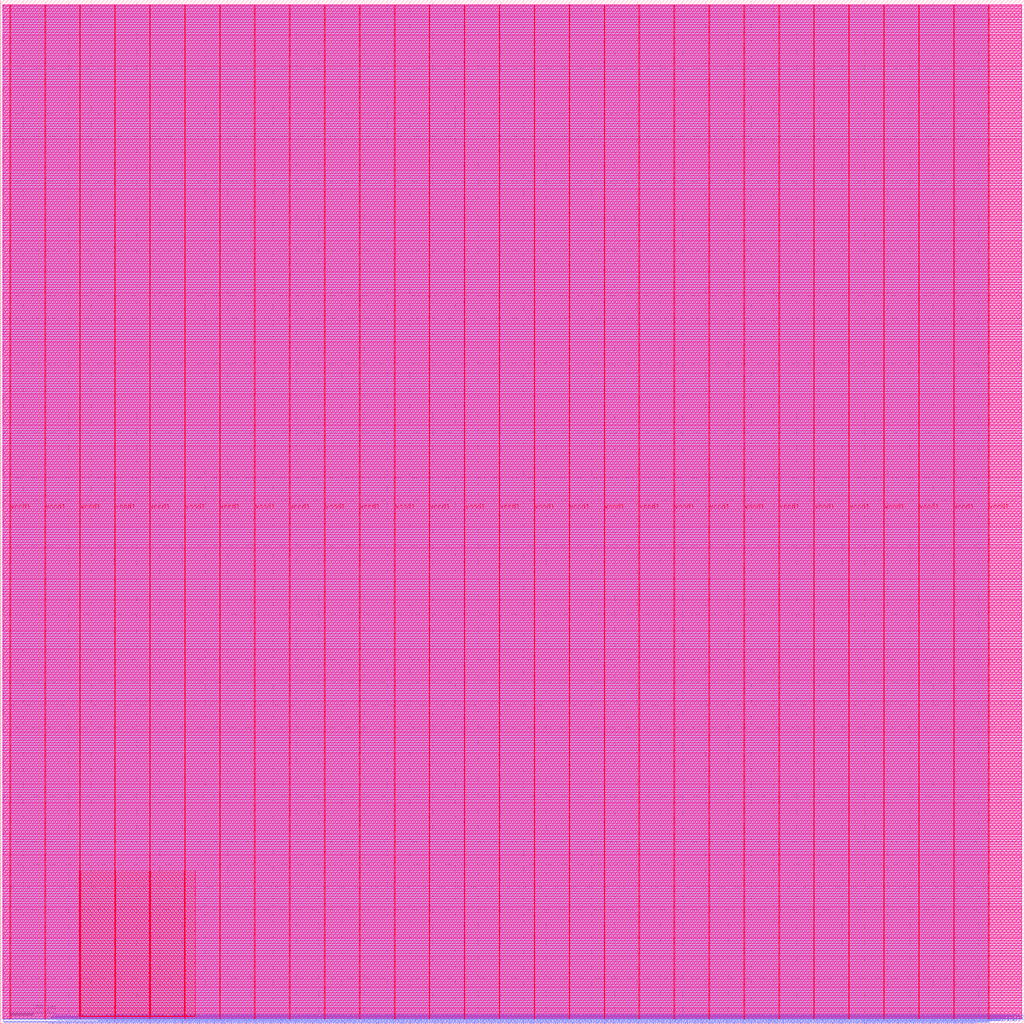
<source format=lef>
VERSION 5.7 ;
  NOWIREEXTENSIONATPIN ON ;
  DIVIDERCHAR "/" ;
  BUSBITCHARS "[]" ;
MACRO user_proj_example
  CLASS BLOCK ;
  FOREIGN user_proj_example ;
  ORIGIN 0.000 0.000 ;
  SIZE 2250.000 BY 2250.000 ;
  PIN irq[0]
    DIRECTION OUTPUT TRISTATE ;
    USE SIGNAL ;
    PORT
      LAYER met2 ;
        RECT 2134.950 0.000 2135.230 4.000 ;
    END
  END irq[0]
  PIN irq[1]
    DIRECTION OUTPUT TRISTATE ;
    USE SIGNAL ;
    PORT
      LAYER met2 ;
        RECT 2139.090 0.000 2139.370 4.000 ;
    END
  END irq[1]
  PIN irq[2]
    DIRECTION OUTPUT TRISTATE ;
    USE SIGNAL ;
    PORT
      LAYER met2 ;
        RECT 2143.230 0.000 2143.510 4.000 ;
    END
  END irq[2]
  PIN la_data_in[0]
    DIRECTION INPUT ;
    USE SIGNAL ;
    PORT
      LAYER met2 ;
        RECT 545.190 0.000 545.470 4.000 ;
    END
  END la_data_in[0]
  PIN la_data_in[100]
    DIRECTION INPUT ;
    USE SIGNAL ;
    PORT
      LAYER met2 ;
        RECT 1787.190 0.000 1787.470 4.000 ;
    END
  END la_data_in[100]
  PIN la_data_in[101]
    DIRECTION INPUT ;
    USE SIGNAL ;
    PORT
      LAYER met2 ;
        RECT 1799.610 0.000 1799.890 4.000 ;
    END
  END la_data_in[101]
  PIN la_data_in[102]
    DIRECTION INPUT ;
    USE SIGNAL ;
    PORT
      LAYER met2 ;
        RECT 1812.030 0.000 1812.310 4.000 ;
    END
  END la_data_in[102]
  PIN la_data_in[103]
    DIRECTION INPUT ;
    USE SIGNAL ;
    PORT
      LAYER met2 ;
        RECT 1824.450 0.000 1824.730 4.000 ;
    END
  END la_data_in[103]
  PIN la_data_in[104]
    DIRECTION INPUT ;
    USE SIGNAL ;
    PORT
      LAYER met2 ;
        RECT 1836.870 0.000 1837.150 4.000 ;
    END
  END la_data_in[104]
  PIN la_data_in[105]
    DIRECTION INPUT ;
    USE SIGNAL ;
    PORT
      LAYER met2 ;
        RECT 1849.290 0.000 1849.570 4.000 ;
    END
  END la_data_in[105]
  PIN la_data_in[106]
    DIRECTION INPUT ;
    USE SIGNAL ;
    PORT
      LAYER met2 ;
        RECT 1861.710 0.000 1861.990 4.000 ;
    END
  END la_data_in[106]
  PIN la_data_in[107]
    DIRECTION INPUT ;
    USE SIGNAL ;
    PORT
      LAYER met2 ;
        RECT 1874.130 0.000 1874.410 4.000 ;
    END
  END la_data_in[107]
  PIN la_data_in[108]
    DIRECTION INPUT ;
    USE SIGNAL ;
    PORT
      LAYER met2 ;
        RECT 1886.550 0.000 1886.830 4.000 ;
    END
  END la_data_in[108]
  PIN la_data_in[109]
    DIRECTION INPUT ;
    USE SIGNAL ;
    PORT
      LAYER met2 ;
        RECT 1898.970 0.000 1899.250 4.000 ;
    END
  END la_data_in[109]
  PIN la_data_in[10]
    DIRECTION INPUT ;
    USE SIGNAL ;
    PORT
      LAYER met2 ;
        RECT 669.390 0.000 669.670 4.000 ;
    END
  END la_data_in[10]
  PIN la_data_in[110]
    DIRECTION INPUT ;
    USE SIGNAL ;
    PORT
      LAYER met2 ;
        RECT 1911.390 0.000 1911.670 4.000 ;
    END
  END la_data_in[110]
  PIN la_data_in[111]
    DIRECTION INPUT ;
    USE SIGNAL ;
    PORT
      LAYER met2 ;
        RECT 1923.810 0.000 1924.090 4.000 ;
    END
  END la_data_in[111]
  PIN la_data_in[112]
    DIRECTION INPUT ;
    USE SIGNAL ;
    PORT
      LAYER met2 ;
        RECT 1936.230 0.000 1936.510 4.000 ;
    END
  END la_data_in[112]
  PIN la_data_in[113]
    DIRECTION INPUT ;
    USE SIGNAL ;
    PORT
      LAYER met2 ;
        RECT 1948.650 0.000 1948.930 4.000 ;
    END
  END la_data_in[113]
  PIN la_data_in[114]
    DIRECTION INPUT ;
    USE SIGNAL ;
    PORT
      LAYER met2 ;
        RECT 1961.070 0.000 1961.350 4.000 ;
    END
  END la_data_in[114]
  PIN la_data_in[115]
    DIRECTION INPUT ;
    USE SIGNAL ;
    PORT
      LAYER met2 ;
        RECT 1973.490 0.000 1973.770 4.000 ;
    END
  END la_data_in[115]
  PIN la_data_in[116]
    DIRECTION INPUT ;
    USE SIGNAL ;
    PORT
      LAYER met2 ;
        RECT 1985.910 0.000 1986.190 4.000 ;
    END
  END la_data_in[116]
  PIN la_data_in[117]
    DIRECTION INPUT ;
    USE SIGNAL ;
    PORT
      LAYER met2 ;
        RECT 1998.330 0.000 1998.610 4.000 ;
    END
  END la_data_in[117]
  PIN la_data_in[118]
    DIRECTION INPUT ;
    USE SIGNAL ;
    PORT
      LAYER met2 ;
        RECT 2010.750 0.000 2011.030 4.000 ;
    END
  END la_data_in[118]
  PIN la_data_in[119]
    DIRECTION INPUT ;
    USE SIGNAL ;
    PORT
      LAYER met2 ;
        RECT 2023.170 0.000 2023.450 4.000 ;
    END
  END la_data_in[119]
  PIN la_data_in[11]
    DIRECTION INPUT ;
    USE SIGNAL ;
    PORT
      LAYER met2 ;
        RECT 681.810 0.000 682.090 4.000 ;
    END
  END la_data_in[11]
  PIN la_data_in[120]
    DIRECTION INPUT ;
    USE SIGNAL ;
    PORT
      LAYER met2 ;
        RECT 2035.590 0.000 2035.870 4.000 ;
    END
  END la_data_in[120]
  PIN la_data_in[121]
    DIRECTION INPUT ;
    USE SIGNAL ;
    PORT
      LAYER met2 ;
        RECT 2048.010 0.000 2048.290 4.000 ;
    END
  END la_data_in[121]
  PIN la_data_in[122]
    DIRECTION INPUT ;
    USE SIGNAL ;
    PORT
      LAYER met2 ;
        RECT 2060.430 0.000 2060.710 4.000 ;
    END
  END la_data_in[122]
  PIN la_data_in[123]
    DIRECTION INPUT ;
    USE SIGNAL ;
    PORT
      LAYER met2 ;
        RECT 2072.850 0.000 2073.130 4.000 ;
    END
  END la_data_in[123]
  PIN la_data_in[124]
    DIRECTION INPUT ;
    USE SIGNAL ;
    PORT
      LAYER met2 ;
        RECT 2085.270 0.000 2085.550 4.000 ;
    END
  END la_data_in[124]
  PIN la_data_in[125]
    DIRECTION INPUT ;
    USE SIGNAL ;
    PORT
      LAYER met2 ;
        RECT 2097.690 0.000 2097.970 4.000 ;
    END
  END la_data_in[125]
  PIN la_data_in[126]
    DIRECTION INPUT ;
    USE SIGNAL ;
    PORT
      LAYER met2 ;
        RECT 2110.110 0.000 2110.390 4.000 ;
    END
  END la_data_in[126]
  PIN la_data_in[127]
    DIRECTION INPUT ;
    USE SIGNAL ;
    PORT
      LAYER met2 ;
        RECT 2122.530 0.000 2122.810 4.000 ;
    END
  END la_data_in[127]
  PIN la_data_in[12]
    DIRECTION INPUT ;
    USE SIGNAL ;
    PORT
      LAYER met2 ;
        RECT 694.230 0.000 694.510 4.000 ;
    END
  END la_data_in[12]
  PIN la_data_in[13]
    DIRECTION INPUT ;
    USE SIGNAL ;
    PORT
      LAYER met2 ;
        RECT 706.650 0.000 706.930 4.000 ;
    END
  END la_data_in[13]
  PIN la_data_in[14]
    DIRECTION INPUT ;
    USE SIGNAL ;
    PORT
      LAYER met2 ;
        RECT 719.070 0.000 719.350 4.000 ;
    END
  END la_data_in[14]
  PIN la_data_in[15]
    DIRECTION INPUT ;
    USE SIGNAL ;
    PORT
      LAYER met2 ;
        RECT 731.490 0.000 731.770 4.000 ;
    END
  END la_data_in[15]
  PIN la_data_in[16]
    DIRECTION INPUT ;
    USE SIGNAL ;
    PORT
      LAYER met2 ;
        RECT 743.910 0.000 744.190 4.000 ;
    END
  END la_data_in[16]
  PIN la_data_in[17]
    DIRECTION INPUT ;
    USE SIGNAL ;
    PORT
      LAYER met2 ;
        RECT 756.330 0.000 756.610 4.000 ;
    END
  END la_data_in[17]
  PIN la_data_in[18]
    DIRECTION INPUT ;
    USE SIGNAL ;
    PORT
      LAYER met2 ;
        RECT 768.750 0.000 769.030 4.000 ;
    END
  END la_data_in[18]
  PIN la_data_in[19]
    DIRECTION INPUT ;
    USE SIGNAL ;
    PORT
      LAYER met2 ;
        RECT 781.170 0.000 781.450 4.000 ;
    END
  END la_data_in[19]
  PIN la_data_in[1]
    DIRECTION INPUT ;
    USE SIGNAL ;
    PORT
      LAYER met2 ;
        RECT 557.610 0.000 557.890 4.000 ;
    END
  END la_data_in[1]
  PIN la_data_in[20]
    DIRECTION INPUT ;
    USE SIGNAL ;
    PORT
      LAYER met2 ;
        RECT 793.590 0.000 793.870 4.000 ;
    END
  END la_data_in[20]
  PIN la_data_in[21]
    DIRECTION INPUT ;
    USE SIGNAL ;
    PORT
      LAYER met2 ;
        RECT 806.010 0.000 806.290 4.000 ;
    END
  END la_data_in[21]
  PIN la_data_in[22]
    DIRECTION INPUT ;
    USE SIGNAL ;
    PORT
      LAYER met2 ;
        RECT 818.430 0.000 818.710 4.000 ;
    END
  END la_data_in[22]
  PIN la_data_in[23]
    DIRECTION INPUT ;
    USE SIGNAL ;
    PORT
      LAYER met2 ;
        RECT 830.850 0.000 831.130 4.000 ;
    END
  END la_data_in[23]
  PIN la_data_in[24]
    DIRECTION INPUT ;
    USE SIGNAL ;
    PORT
      LAYER met2 ;
        RECT 843.270 0.000 843.550 4.000 ;
    END
  END la_data_in[24]
  PIN la_data_in[25]
    DIRECTION INPUT ;
    USE SIGNAL ;
    PORT
      LAYER met2 ;
        RECT 855.690 0.000 855.970 4.000 ;
    END
  END la_data_in[25]
  PIN la_data_in[26]
    DIRECTION INPUT ;
    USE SIGNAL ;
    PORT
      LAYER met2 ;
        RECT 868.110 0.000 868.390 4.000 ;
    END
  END la_data_in[26]
  PIN la_data_in[27]
    DIRECTION INPUT ;
    USE SIGNAL ;
    PORT
      LAYER met2 ;
        RECT 880.530 0.000 880.810 4.000 ;
    END
  END la_data_in[27]
  PIN la_data_in[28]
    DIRECTION INPUT ;
    USE SIGNAL ;
    PORT
      LAYER met2 ;
        RECT 892.950 0.000 893.230 4.000 ;
    END
  END la_data_in[28]
  PIN la_data_in[29]
    DIRECTION INPUT ;
    USE SIGNAL ;
    PORT
      LAYER met2 ;
        RECT 905.370 0.000 905.650 4.000 ;
    END
  END la_data_in[29]
  PIN la_data_in[2]
    DIRECTION INPUT ;
    USE SIGNAL ;
    PORT
      LAYER met2 ;
        RECT 570.030 0.000 570.310 4.000 ;
    END
  END la_data_in[2]
  PIN la_data_in[30]
    DIRECTION INPUT ;
    USE SIGNAL ;
    PORT
      LAYER met2 ;
        RECT 917.790 0.000 918.070 4.000 ;
    END
  END la_data_in[30]
  PIN la_data_in[31]
    DIRECTION INPUT ;
    USE SIGNAL ;
    PORT
      LAYER met2 ;
        RECT 930.210 0.000 930.490 4.000 ;
    END
  END la_data_in[31]
  PIN la_data_in[32]
    DIRECTION INPUT ;
    USE SIGNAL ;
    PORT
      LAYER met2 ;
        RECT 942.630 0.000 942.910 4.000 ;
    END
  END la_data_in[32]
  PIN la_data_in[33]
    DIRECTION INPUT ;
    USE SIGNAL ;
    PORT
      LAYER met2 ;
        RECT 955.050 0.000 955.330 4.000 ;
    END
  END la_data_in[33]
  PIN la_data_in[34]
    DIRECTION INPUT ;
    USE SIGNAL ;
    PORT
      LAYER met2 ;
        RECT 967.470 0.000 967.750 4.000 ;
    END
  END la_data_in[34]
  PIN la_data_in[35]
    DIRECTION INPUT ;
    USE SIGNAL ;
    PORT
      LAYER met2 ;
        RECT 979.890 0.000 980.170 4.000 ;
    END
  END la_data_in[35]
  PIN la_data_in[36]
    DIRECTION INPUT ;
    USE SIGNAL ;
    PORT
      LAYER met2 ;
        RECT 992.310 0.000 992.590 4.000 ;
    END
  END la_data_in[36]
  PIN la_data_in[37]
    DIRECTION INPUT ;
    USE SIGNAL ;
    PORT
      LAYER met2 ;
        RECT 1004.730 0.000 1005.010 4.000 ;
    END
  END la_data_in[37]
  PIN la_data_in[38]
    DIRECTION INPUT ;
    USE SIGNAL ;
    PORT
      LAYER met2 ;
        RECT 1017.150 0.000 1017.430 4.000 ;
    END
  END la_data_in[38]
  PIN la_data_in[39]
    DIRECTION INPUT ;
    USE SIGNAL ;
    PORT
      LAYER met2 ;
        RECT 1029.570 0.000 1029.850 4.000 ;
    END
  END la_data_in[39]
  PIN la_data_in[3]
    DIRECTION INPUT ;
    USE SIGNAL ;
    PORT
      LAYER met2 ;
        RECT 582.450 0.000 582.730 4.000 ;
    END
  END la_data_in[3]
  PIN la_data_in[40]
    DIRECTION INPUT ;
    USE SIGNAL ;
    PORT
      LAYER met2 ;
        RECT 1041.990 0.000 1042.270 4.000 ;
    END
  END la_data_in[40]
  PIN la_data_in[41]
    DIRECTION INPUT ;
    USE SIGNAL ;
    PORT
      LAYER met2 ;
        RECT 1054.410 0.000 1054.690 4.000 ;
    END
  END la_data_in[41]
  PIN la_data_in[42]
    DIRECTION INPUT ;
    USE SIGNAL ;
    PORT
      LAYER met2 ;
        RECT 1066.830 0.000 1067.110 4.000 ;
    END
  END la_data_in[42]
  PIN la_data_in[43]
    DIRECTION INPUT ;
    USE SIGNAL ;
    PORT
      LAYER met2 ;
        RECT 1079.250 0.000 1079.530 4.000 ;
    END
  END la_data_in[43]
  PIN la_data_in[44]
    DIRECTION INPUT ;
    USE SIGNAL ;
    PORT
      LAYER met2 ;
        RECT 1091.670 0.000 1091.950 4.000 ;
    END
  END la_data_in[44]
  PIN la_data_in[45]
    DIRECTION INPUT ;
    USE SIGNAL ;
    PORT
      LAYER met2 ;
        RECT 1104.090 0.000 1104.370 4.000 ;
    END
  END la_data_in[45]
  PIN la_data_in[46]
    DIRECTION INPUT ;
    USE SIGNAL ;
    PORT
      LAYER met2 ;
        RECT 1116.510 0.000 1116.790 4.000 ;
    END
  END la_data_in[46]
  PIN la_data_in[47]
    DIRECTION INPUT ;
    USE SIGNAL ;
    PORT
      LAYER met2 ;
        RECT 1128.930 0.000 1129.210 4.000 ;
    END
  END la_data_in[47]
  PIN la_data_in[48]
    DIRECTION INPUT ;
    USE SIGNAL ;
    PORT
      LAYER met2 ;
        RECT 1141.350 0.000 1141.630 4.000 ;
    END
  END la_data_in[48]
  PIN la_data_in[49]
    DIRECTION INPUT ;
    USE SIGNAL ;
    PORT
      LAYER met2 ;
        RECT 1153.770 0.000 1154.050 4.000 ;
    END
  END la_data_in[49]
  PIN la_data_in[4]
    DIRECTION INPUT ;
    USE SIGNAL ;
    PORT
      LAYER met2 ;
        RECT 594.870 0.000 595.150 4.000 ;
    END
  END la_data_in[4]
  PIN la_data_in[50]
    DIRECTION INPUT ;
    USE SIGNAL ;
    PORT
      LAYER met2 ;
        RECT 1166.190 0.000 1166.470 4.000 ;
    END
  END la_data_in[50]
  PIN la_data_in[51]
    DIRECTION INPUT ;
    USE SIGNAL ;
    PORT
      LAYER met2 ;
        RECT 1178.610 0.000 1178.890 4.000 ;
    END
  END la_data_in[51]
  PIN la_data_in[52]
    DIRECTION INPUT ;
    USE SIGNAL ;
    PORT
      LAYER met2 ;
        RECT 1191.030 0.000 1191.310 4.000 ;
    END
  END la_data_in[52]
  PIN la_data_in[53]
    DIRECTION INPUT ;
    USE SIGNAL ;
    PORT
      LAYER met2 ;
        RECT 1203.450 0.000 1203.730 4.000 ;
    END
  END la_data_in[53]
  PIN la_data_in[54]
    DIRECTION INPUT ;
    USE SIGNAL ;
    PORT
      LAYER met2 ;
        RECT 1215.870 0.000 1216.150 4.000 ;
    END
  END la_data_in[54]
  PIN la_data_in[55]
    DIRECTION INPUT ;
    USE SIGNAL ;
    PORT
      LAYER met2 ;
        RECT 1228.290 0.000 1228.570 4.000 ;
    END
  END la_data_in[55]
  PIN la_data_in[56]
    DIRECTION INPUT ;
    USE SIGNAL ;
    PORT
      LAYER met2 ;
        RECT 1240.710 0.000 1240.990 4.000 ;
    END
  END la_data_in[56]
  PIN la_data_in[57]
    DIRECTION INPUT ;
    USE SIGNAL ;
    PORT
      LAYER met2 ;
        RECT 1253.130 0.000 1253.410 4.000 ;
    END
  END la_data_in[57]
  PIN la_data_in[58]
    DIRECTION INPUT ;
    USE SIGNAL ;
    PORT
      LAYER met2 ;
        RECT 1265.550 0.000 1265.830 4.000 ;
    END
  END la_data_in[58]
  PIN la_data_in[59]
    DIRECTION INPUT ;
    USE SIGNAL ;
    PORT
      LAYER met2 ;
        RECT 1277.970 0.000 1278.250 4.000 ;
    END
  END la_data_in[59]
  PIN la_data_in[5]
    DIRECTION INPUT ;
    USE SIGNAL ;
    PORT
      LAYER met2 ;
        RECT 607.290 0.000 607.570 4.000 ;
    END
  END la_data_in[5]
  PIN la_data_in[60]
    DIRECTION INPUT ;
    USE SIGNAL ;
    PORT
      LAYER met2 ;
        RECT 1290.390 0.000 1290.670 4.000 ;
    END
  END la_data_in[60]
  PIN la_data_in[61]
    DIRECTION INPUT ;
    USE SIGNAL ;
    PORT
      LAYER met2 ;
        RECT 1302.810 0.000 1303.090 4.000 ;
    END
  END la_data_in[61]
  PIN la_data_in[62]
    DIRECTION INPUT ;
    USE SIGNAL ;
    PORT
      LAYER met2 ;
        RECT 1315.230 0.000 1315.510 4.000 ;
    END
  END la_data_in[62]
  PIN la_data_in[63]
    DIRECTION INPUT ;
    USE SIGNAL ;
    PORT
      LAYER met2 ;
        RECT 1327.650 0.000 1327.930 4.000 ;
    END
  END la_data_in[63]
  PIN la_data_in[64]
    DIRECTION INPUT ;
    USE SIGNAL ;
    PORT
      LAYER met2 ;
        RECT 1340.070 0.000 1340.350 4.000 ;
    END
  END la_data_in[64]
  PIN la_data_in[65]
    DIRECTION INPUT ;
    USE SIGNAL ;
    PORT
      LAYER met2 ;
        RECT 1352.490 0.000 1352.770 4.000 ;
    END
  END la_data_in[65]
  PIN la_data_in[66]
    DIRECTION INPUT ;
    USE SIGNAL ;
    PORT
      LAYER met2 ;
        RECT 1364.910 0.000 1365.190 4.000 ;
    END
  END la_data_in[66]
  PIN la_data_in[67]
    DIRECTION INPUT ;
    USE SIGNAL ;
    PORT
      LAYER met2 ;
        RECT 1377.330 0.000 1377.610 4.000 ;
    END
  END la_data_in[67]
  PIN la_data_in[68]
    DIRECTION INPUT ;
    USE SIGNAL ;
    PORT
      LAYER met2 ;
        RECT 1389.750 0.000 1390.030 4.000 ;
    END
  END la_data_in[68]
  PIN la_data_in[69]
    DIRECTION INPUT ;
    USE SIGNAL ;
    PORT
      LAYER met2 ;
        RECT 1402.170 0.000 1402.450 4.000 ;
    END
  END la_data_in[69]
  PIN la_data_in[6]
    DIRECTION INPUT ;
    USE SIGNAL ;
    PORT
      LAYER met2 ;
        RECT 619.710 0.000 619.990 4.000 ;
    END
  END la_data_in[6]
  PIN la_data_in[70]
    DIRECTION INPUT ;
    USE SIGNAL ;
    PORT
      LAYER met2 ;
        RECT 1414.590 0.000 1414.870 4.000 ;
    END
  END la_data_in[70]
  PIN la_data_in[71]
    DIRECTION INPUT ;
    USE SIGNAL ;
    PORT
      LAYER met2 ;
        RECT 1427.010 0.000 1427.290 4.000 ;
    END
  END la_data_in[71]
  PIN la_data_in[72]
    DIRECTION INPUT ;
    USE SIGNAL ;
    PORT
      LAYER met2 ;
        RECT 1439.430 0.000 1439.710 4.000 ;
    END
  END la_data_in[72]
  PIN la_data_in[73]
    DIRECTION INPUT ;
    USE SIGNAL ;
    PORT
      LAYER met2 ;
        RECT 1451.850 0.000 1452.130 4.000 ;
    END
  END la_data_in[73]
  PIN la_data_in[74]
    DIRECTION INPUT ;
    USE SIGNAL ;
    PORT
      LAYER met2 ;
        RECT 1464.270 0.000 1464.550 4.000 ;
    END
  END la_data_in[74]
  PIN la_data_in[75]
    DIRECTION INPUT ;
    USE SIGNAL ;
    PORT
      LAYER met2 ;
        RECT 1476.690 0.000 1476.970 4.000 ;
    END
  END la_data_in[75]
  PIN la_data_in[76]
    DIRECTION INPUT ;
    USE SIGNAL ;
    PORT
      LAYER met2 ;
        RECT 1489.110 0.000 1489.390 4.000 ;
    END
  END la_data_in[76]
  PIN la_data_in[77]
    DIRECTION INPUT ;
    USE SIGNAL ;
    PORT
      LAYER met2 ;
        RECT 1501.530 0.000 1501.810 4.000 ;
    END
  END la_data_in[77]
  PIN la_data_in[78]
    DIRECTION INPUT ;
    USE SIGNAL ;
    PORT
      LAYER met2 ;
        RECT 1513.950 0.000 1514.230 4.000 ;
    END
  END la_data_in[78]
  PIN la_data_in[79]
    DIRECTION INPUT ;
    USE SIGNAL ;
    PORT
      LAYER met2 ;
        RECT 1526.370 0.000 1526.650 4.000 ;
    END
  END la_data_in[79]
  PIN la_data_in[7]
    DIRECTION INPUT ;
    USE SIGNAL ;
    PORT
      LAYER met2 ;
        RECT 632.130 0.000 632.410 4.000 ;
    END
  END la_data_in[7]
  PIN la_data_in[80]
    DIRECTION INPUT ;
    USE SIGNAL ;
    PORT
      LAYER met2 ;
        RECT 1538.790 0.000 1539.070 4.000 ;
    END
  END la_data_in[80]
  PIN la_data_in[81]
    DIRECTION INPUT ;
    USE SIGNAL ;
    PORT
      LAYER met2 ;
        RECT 1551.210 0.000 1551.490 4.000 ;
    END
  END la_data_in[81]
  PIN la_data_in[82]
    DIRECTION INPUT ;
    USE SIGNAL ;
    PORT
      LAYER met2 ;
        RECT 1563.630 0.000 1563.910 4.000 ;
    END
  END la_data_in[82]
  PIN la_data_in[83]
    DIRECTION INPUT ;
    USE SIGNAL ;
    PORT
      LAYER met2 ;
        RECT 1576.050 0.000 1576.330 4.000 ;
    END
  END la_data_in[83]
  PIN la_data_in[84]
    DIRECTION INPUT ;
    USE SIGNAL ;
    PORT
      LAYER met2 ;
        RECT 1588.470 0.000 1588.750 4.000 ;
    END
  END la_data_in[84]
  PIN la_data_in[85]
    DIRECTION INPUT ;
    USE SIGNAL ;
    PORT
      LAYER met2 ;
        RECT 1600.890 0.000 1601.170 4.000 ;
    END
  END la_data_in[85]
  PIN la_data_in[86]
    DIRECTION INPUT ;
    USE SIGNAL ;
    PORT
      LAYER met2 ;
        RECT 1613.310 0.000 1613.590 4.000 ;
    END
  END la_data_in[86]
  PIN la_data_in[87]
    DIRECTION INPUT ;
    USE SIGNAL ;
    PORT
      LAYER met2 ;
        RECT 1625.730 0.000 1626.010 4.000 ;
    END
  END la_data_in[87]
  PIN la_data_in[88]
    DIRECTION INPUT ;
    USE SIGNAL ;
    PORT
      LAYER met2 ;
        RECT 1638.150 0.000 1638.430 4.000 ;
    END
  END la_data_in[88]
  PIN la_data_in[89]
    DIRECTION INPUT ;
    USE SIGNAL ;
    PORT
      LAYER met2 ;
        RECT 1650.570 0.000 1650.850 4.000 ;
    END
  END la_data_in[89]
  PIN la_data_in[8]
    DIRECTION INPUT ;
    USE SIGNAL ;
    PORT
      LAYER met2 ;
        RECT 644.550 0.000 644.830 4.000 ;
    END
  END la_data_in[8]
  PIN la_data_in[90]
    DIRECTION INPUT ;
    USE SIGNAL ;
    PORT
      LAYER met2 ;
        RECT 1662.990 0.000 1663.270 4.000 ;
    END
  END la_data_in[90]
  PIN la_data_in[91]
    DIRECTION INPUT ;
    USE SIGNAL ;
    PORT
      LAYER met2 ;
        RECT 1675.410 0.000 1675.690 4.000 ;
    END
  END la_data_in[91]
  PIN la_data_in[92]
    DIRECTION INPUT ;
    USE SIGNAL ;
    PORT
      LAYER met2 ;
        RECT 1687.830 0.000 1688.110 4.000 ;
    END
  END la_data_in[92]
  PIN la_data_in[93]
    DIRECTION INPUT ;
    USE SIGNAL ;
    PORT
      LAYER met2 ;
        RECT 1700.250 0.000 1700.530 4.000 ;
    END
  END la_data_in[93]
  PIN la_data_in[94]
    DIRECTION INPUT ;
    USE SIGNAL ;
    PORT
      LAYER met2 ;
        RECT 1712.670 0.000 1712.950 4.000 ;
    END
  END la_data_in[94]
  PIN la_data_in[95]
    DIRECTION INPUT ;
    USE SIGNAL ;
    PORT
      LAYER met2 ;
        RECT 1725.090 0.000 1725.370 4.000 ;
    END
  END la_data_in[95]
  PIN la_data_in[96]
    DIRECTION INPUT ;
    USE SIGNAL ;
    PORT
      LAYER met2 ;
        RECT 1737.510 0.000 1737.790 4.000 ;
    END
  END la_data_in[96]
  PIN la_data_in[97]
    DIRECTION INPUT ;
    USE SIGNAL ;
    PORT
      LAYER met2 ;
        RECT 1749.930 0.000 1750.210 4.000 ;
    END
  END la_data_in[97]
  PIN la_data_in[98]
    DIRECTION INPUT ;
    USE SIGNAL ;
    PORT
      LAYER met2 ;
        RECT 1762.350 0.000 1762.630 4.000 ;
    END
  END la_data_in[98]
  PIN la_data_in[99]
    DIRECTION INPUT ;
    USE SIGNAL ;
    PORT
      LAYER met2 ;
        RECT 1774.770 0.000 1775.050 4.000 ;
    END
  END la_data_in[99]
  PIN la_data_in[9]
    DIRECTION INPUT ;
    USE SIGNAL ;
    PORT
      LAYER met2 ;
        RECT 656.970 0.000 657.250 4.000 ;
    END
  END la_data_in[9]
  PIN la_data_out[0]
    DIRECTION OUTPUT TRISTATE ;
    USE SIGNAL ;
    PORT
      LAYER met2 ;
        RECT 549.330 0.000 549.610 4.000 ;
    END
  END la_data_out[0]
  PIN la_data_out[100]
    DIRECTION OUTPUT TRISTATE ;
    USE SIGNAL ;
    PORT
      LAYER met2 ;
        RECT 1791.330 0.000 1791.610 4.000 ;
    END
  END la_data_out[100]
  PIN la_data_out[101]
    DIRECTION OUTPUT TRISTATE ;
    USE SIGNAL ;
    PORT
      LAYER met2 ;
        RECT 1803.750 0.000 1804.030 4.000 ;
    END
  END la_data_out[101]
  PIN la_data_out[102]
    DIRECTION OUTPUT TRISTATE ;
    USE SIGNAL ;
    PORT
      LAYER met2 ;
        RECT 1816.170 0.000 1816.450 4.000 ;
    END
  END la_data_out[102]
  PIN la_data_out[103]
    DIRECTION OUTPUT TRISTATE ;
    USE SIGNAL ;
    PORT
      LAYER met2 ;
        RECT 1828.590 0.000 1828.870 4.000 ;
    END
  END la_data_out[103]
  PIN la_data_out[104]
    DIRECTION OUTPUT TRISTATE ;
    USE SIGNAL ;
    PORT
      LAYER met2 ;
        RECT 1841.010 0.000 1841.290 4.000 ;
    END
  END la_data_out[104]
  PIN la_data_out[105]
    DIRECTION OUTPUT TRISTATE ;
    USE SIGNAL ;
    PORT
      LAYER met2 ;
        RECT 1853.430 0.000 1853.710 4.000 ;
    END
  END la_data_out[105]
  PIN la_data_out[106]
    DIRECTION OUTPUT TRISTATE ;
    USE SIGNAL ;
    PORT
      LAYER met2 ;
        RECT 1865.850 0.000 1866.130 4.000 ;
    END
  END la_data_out[106]
  PIN la_data_out[107]
    DIRECTION OUTPUT TRISTATE ;
    USE SIGNAL ;
    PORT
      LAYER met2 ;
        RECT 1878.270 0.000 1878.550 4.000 ;
    END
  END la_data_out[107]
  PIN la_data_out[108]
    DIRECTION OUTPUT TRISTATE ;
    USE SIGNAL ;
    PORT
      LAYER met2 ;
        RECT 1890.690 0.000 1890.970 4.000 ;
    END
  END la_data_out[108]
  PIN la_data_out[109]
    DIRECTION OUTPUT TRISTATE ;
    USE SIGNAL ;
    PORT
      LAYER met2 ;
        RECT 1903.110 0.000 1903.390 4.000 ;
    END
  END la_data_out[109]
  PIN la_data_out[10]
    DIRECTION OUTPUT TRISTATE ;
    USE SIGNAL ;
    PORT
      LAYER met2 ;
        RECT 673.530 0.000 673.810 4.000 ;
    END
  END la_data_out[10]
  PIN la_data_out[110]
    DIRECTION OUTPUT TRISTATE ;
    USE SIGNAL ;
    PORT
      LAYER met2 ;
        RECT 1915.530 0.000 1915.810 4.000 ;
    END
  END la_data_out[110]
  PIN la_data_out[111]
    DIRECTION OUTPUT TRISTATE ;
    USE SIGNAL ;
    PORT
      LAYER met2 ;
        RECT 1927.950 0.000 1928.230 4.000 ;
    END
  END la_data_out[111]
  PIN la_data_out[112]
    DIRECTION OUTPUT TRISTATE ;
    USE SIGNAL ;
    PORT
      LAYER met2 ;
        RECT 1940.370 0.000 1940.650 4.000 ;
    END
  END la_data_out[112]
  PIN la_data_out[113]
    DIRECTION OUTPUT TRISTATE ;
    USE SIGNAL ;
    PORT
      LAYER met2 ;
        RECT 1952.790 0.000 1953.070 4.000 ;
    END
  END la_data_out[113]
  PIN la_data_out[114]
    DIRECTION OUTPUT TRISTATE ;
    USE SIGNAL ;
    PORT
      LAYER met2 ;
        RECT 1965.210 0.000 1965.490 4.000 ;
    END
  END la_data_out[114]
  PIN la_data_out[115]
    DIRECTION OUTPUT TRISTATE ;
    USE SIGNAL ;
    PORT
      LAYER met2 ;
        RECT 1977.630 0.000 1977.910 4.000 ;
    END
  END la_data_out[115]
  PIN la_data_out[116]
    DIRECTION OUTPUT TRISTATE ;
    USE SIGNAL ;
    PORT
      LAYER met2 ;
        RECT 1990.050 0.000 1990.330 4.000 ;
    END
  END la_data_out[116]
  PIN la_data_out[117]
    DIRECTION OUTPUT TRISTATE ;
    USE SIGNAL ;
    PORT
      LAYER met2 ;
        RECT 2002.470 0.000 2002.750 4.000 ;
    END
  END la_data_out[117]
  PIN la_data_out[118]
    DIRECTION OUTPUT TRISTATE ;
    USE SIGNAL ;
    PORT
      LAYER met2 ;
        RECT 2014.890 0.000 2015.170 4.000 ;
    END
  END la_data_out[118]
  PIN la_data_out[119]
    DIRECTION OUTPUT TRISTATE ;
    USE SIGNAL ;
    PORT
      LAYER met2 ;
        RECT 2027.310 0.000 2027.590 4.000 ;
    END
  END la_data_out[119]
  PIN la_data_out[11]
    DIRECTION OUTPUT TRISTATE ;
    USE SIGNAL ;
    PORT
      LAYER met2 ;
        RECT 685.950 0.000 686.230 4.000 ;
    END
  END la_data_out[11]
  PIN la_data_out[120]
    DIRECTION OUTPUT TRISTATE ;
    USE SIGNAL ;
    PORT
      LAYER met2 ;
        RECT 2039.730 0.000 2040.010 4.000 ;
    END
  END la_data_out[120]
  PIN la_data_out[121]
    DIRECTION OUTPUT TRISTATE ;
    USE SIGNAL ;
    PORT
      LAYER met2 ;
        RECT 2052.150 0.000 2052.430 4.000 ;
    END
  END la_data_out[121]
  PIN la_data_out[122]
    DIRECTION OUTPUT TRISTATE ;
    USE SIGNAL ;
    PORT
      LAYER met2 ;
        RECT 2064.570 0.000 2064.850 4.000 ;
    END
  END la_data_out[122]
  PIN la_data_out[123]
    DIRECTION OUTPUT TRISTATE ;
    USE SIGNAL ;
    PORT
      LAYER met2 ;
        RECT 2076.990 0.000 2077.270 4.000 ;
    END
  END la_data_out[123]
  PIN la_data_out[124]
    DIRECTION OUTPUT TRISTATE ;
    USE SIGNAL ;
    PORT
      LAYER met2 ;
        RECT 2089.410 0.000 2089.690 4.000 ;
    END
  END la_data_out[124]
  PIN la_data_out[125]
    DIRECTION OUTPUT TRISTATE ;
    USE SIGNAL ;
    PORT
      LAYER met2 ;
        RECT 2101.830 0.000 2102.110 4.000 ;
    END
  END la_data_out[125]
  PIN la_data_out[126]
    DIRECTION OUTPUT TRISTATE ;
    USE SIGNAL ;
    PORT
      LAYER met2 ;
        RECT 2114.250 0.000 2114.530 4.000 ;
    END
  END la_data_out[126]
  PIN la_data_out[127]
    DIRECTION OUTPUT TRISTATE ;
    USE SIGNAL ;
    PORT
      LAYER met2 ;
        RECT 2126.670 0.000 2126.950 4.000 ;
    END
  END la_data_out[127]
  PIN la_data_out[12]
    DIRECTION OUTPUT TRISTATE ;
    USE SIGNAL ;
    PORT
      LAYER met2 ;
        RECT 698.370 0.000 698.650 4.000 ;
    END
  END la_data_out[12]
  PIN la_data_out[13]
    DIRECTION OUTPUT TRISTATE ;
    USE SIGNAL ;
    PORT
      LAYER met2 ;
        RECT 710.790 0.000 711.070 4.000 ;
    END
  END la_data_out[13]
  PIN la_data_out[14]
    DIRECTION OUTPUT TRISTATE ;
    USE SIGNAL ;
    PORT
      LAYER met2 ;
        RECT 723.210 0.000 723.490 4.000 ;
    END
  END la_data_out[14]
  PIN la_data_out[15]
    DIRECTION OUTPUT TRISTATE ;
    USE SIGNAL ;
    PORT
      LAYER met2 ;
        RECT 735.630 0.000 735.910 4.000 ;
    END
  END la_data_out[15]
  PIN la_data_out[16]
    DIRECTION OUTPUT TRISTATE ;
    USE SIGNAL ;
    PORT
      LAYER met2 ;
        RECT 748.050 0.000 748.330 4.000 ;
    END
  END la_data_out[16]
  PIN la_data_out[17]
    DIRECTION OUTPUT TRISTATE ;
    USE SIGNAL ;
    PORT
      LAYER met2 ;
        RECT 760.470 0.000 760.750 4.000 ;
    END
  END la_data_out[17]
  PIN la_data_out[18]
    DIRECTION OUTPUT TRISTATE ;
    USE SIGNAL ;
    PORT
      LAYER met2 ;
        RECT 772.890 0.000 773.170 4.000 ;
    END
  END la_data_out[18]
  PIN la_data_out[19]
    DIRECTION OUTPUT TRISTATE ;
    USE SIGNAL ;
    PORT
      LAYER met2 ;
        RECT 785.310 0.000 785.590 4.000 ;
    END
  END la_data_out[19]
  PIN la_data_out[1]
    DIRECTION OUTPUT TRISTATE ;
    USE SIGNAL ;
    PORT
      LAYER met2 ;
        RECT 561.750 0.000 562.030 4.000 ;
    END
  END la_data_out[1]
  PIN la_data_out[20]
    DIRECTION OUTPUT TRISTATE ;
    USE SIGNAL ;
    PORT
      LAYER met2 ;
        RECT 797.730 0.000 798.010 4.000 ;
    END
  END la_data_out[20]
  PIN la_data_out[21]
    DIRECTION OUTPUT TRISTATE ;
    USE SIGNAL ;
    PORT
      LAYER met2 ;
        RECT 810.150 0.000 810.430 4.000 ;
    END
  END la_data_out[21]
  PIN la_data_out[22]
    DIRECTION OUTPUT TRISTATE ;
    USE SIGNAL ;
    PORT
      LAYER met2 ;
        RECT 822.570 0.000 822.850 4.000 ;
    END
  END la_data_out[22]
  PIN la_data_out[23]
    DIRECTION OUTPUT TRISTATE ;
    USE SIGNAL ;
    PORT
      LAYER met2 ;
        RECT 834.990 0.000 835.270 4.000 ;
    END
  END la_data_out[23]
  PIN la_data_out[24]
    DIRECTION OUTPUT TRISTATE ;
    USE SIGNAL ;
    PORT
      LAYER met2 ;
        RECT 847.410 0.000 847.690 4.000 ;
    END
  END la_data_out[24]
  PIN la_data_out[25]
    DIRECTION OUTPUT TRISTATE ;
    USE SIGNAL ;
    PORT
      LAYER met2 ;
        RECT 859.830 0.000 860.110 4.000 ;
    END
  END la_data_out[25]
  PIN la_data_out[26]
    DIRECTION OUTPUT TRISTATE ;
    USE SIGNAL ;
    PORT
      LAYER met2 ;
        RECT 872.250 0.000 872.530 4.000 ;
    END
  END la_data_out[26]
  PIN la_data_out[27]
    DIRECTION OUTPUT TRISTATE ;
    USE SIGNAL ;
    PORT
      LAYER met2 ;
        RECT 884.670 0.000 884.950 4.000 ;
    END
  END la_data_out[27]
  PIN la_data_out[28]
    DIRECTION OUTPUT TRISTATE ;
    USE SIGNAL ;
    PORT
      LAYER met2 ;
        RECT 897.090 0.000 897.370 4.000 ;
    END
  END la_data_out[28]
  PIN la_data_out[29]
    DIRECTION OUTPUT TRISTATE ;
    USE SIGNAL ;
    PORT
      LAYER met2 ;
        RECT 909.510 0.000 909.790 4.000 ;
    END
  END la_data_out[29]
  PIN la_data_out[2]
    DIRECTION OUTPUT TRISTATE ;
    USE SIGNAL ;
    PORT
      LAYER met2 ;
        RECT 574.170 0.000 574.450 4.000 ;
    END
  END la_data_out[2]
  PIN la_data_out[30]
    DIRECTION OUTPUT TRISTATE ;
    USE SIGNAL ;
    PORT
      LAYER met2 ;
        RECT 921.930 0.000 922.210 4.000 ;
    END
  END la_data_out[30]
  PIN la_data_out[31]
    DIRECTION OUTPUT TRISTATE ;
    USE SIGNAL ;
    PORT
      LAYER met2 ;
        RECT 934.350 0.000 934.630 4.000 ;
    END
  END la_data_out[31]
  PIN la_data_out[32]
    DIRECTION OUTPUT TRISTATE ;
    USE SIGNAL ;
    PORT
      LAYER met2 ;
        RECT 946.770 0.000 947.050 4.000 ;
    END
  END la_data_out[32]
  PIN la_data_out[33]
    DIRECTION OUTPUT TRISTATE ;
    USE SIGNAL ;
    PORT
      LAYER met2 ;
        RECT 959.190 0.000 959.470 4.000 ;
    END
  END la_data_out[33]
  PIN la_data_out[34]
    DIRECTION OUTPUT TRISTATE ;
    USE SIGNAL ;
    PORT
      LAYER met2 ;
        RECT 971.610 0.000 971.890 4.000 ;
    END
  END la_data_out[34]
  PIN la_data_out[35]
    DIRECTION OUTPUT TRISTATE ;
    USE SIGNAL ;
    PORT
      LAYER met2 ;
        RECT 984.030 0.000 984.310 4.000 ;
    END
  END la_data_out[35]
  PIN la_data_out[36]
    DIRECTION OUTPUT TRISTATE ;
    USE SIGNAL ;
    PORT
      LAYER met2 ;
        RECT 996.450 0.000 996.730 4.000 ;
    END
  END la_data_out[36]
  PIN la_data_out[37]
    DIRECTION OUTPUT TRISTATE ;
    USE SIGNAL ;
    PORT
      LAYER met2 ;
        RECT 1008.870 0.000 1009.150 4.000 ;
    END
  END la_data_out[37]
  PIN la_data_out[38]
    DIRECTION OUTPUT TRISTATE ;
    USE SIGNAL ;
    PORT
      LAYER met2 ;
        RECT 1021.290 0.000 1021.570 4.000 ;
    END
  END la_data_out[38]
  PIN la_data_out[39]
    DIRECTION OUTPUT TRISTATE ;
    USE SIGNAL ;
    PORT
      LAYER met2 ;
        RECT 1033.710 0.000 1033.990 4.000 ;
    END
  END la_data_out[39]
  PIN la_data_out[3]
    DIRECTION OUTPUT TRISTATE ;
    USE SIGNAL ;
    PORT
      LAYER met2 ;
        RECT 586.590 0.000 586.870 4.000 ;
    END
  END la_data_out[3]
  PIN la_data_out[40]
    DIRECTION OUTPUT TRISTATE ;
    USE SIGNAL ;
    PORT
      LAYER met2 ;
        RECT 1046.130 0.000 1046.410 4.000 ;
    END
  END la_data_out[40]
  PIN la_data_out[41]
    DIRECTION OUTPUT TRISTATE ;
    USE SIGNAL ;
    PORT
      LAYER met2 ;
        RECT 1058.550 0.000 1058.830 4.000 ;
    END
  END la_data_out[41]
  PIN la_data_out[42]
    DIRECTION OUTPUT TRISTATE ;
    USE SIGNAL ;
    PORT
      LAYER met2 ;
        RECT 1070.970 0.000 1071.250 4.000 ;
    END
  END la_data_out[42]
  PIN la_data_out[43]
    DIRECTION OUTPUT TRISTATE ;
    USE SIGNAL ;
    PORT
      LAYER met2 ;
        RECT 1083.390 0.000 1083.670 4.000 ;
    END
  END la_data_out[43]
  PIN la_data_out[44]
    DIRECTION OUTPUT TRISTATE ;
    USE SIGNAL ;
    PORT
      LAYER met2 ;
        RECT 1095.810 0.000 1096.090 4.000 ;
    END
  END la_data_out[44]
  PIN la_data_out[45]
    DIRECTION OUTPUT TRISTATE ;
    USE SIGNAL ;
    PORT
      LAYER met2 ;
        RECT 1108.230 0.000 1108.510 4.000 ;
    END
  END la_data_out[45]
  PIN la_data_out[46]
    DIRECTION OUTPUT TRISTATE ;
    USE SIGNAL ;
    PORT
      LAYER met2 ;
        RECT 1120.650 0.000 1120.930 4.000 ;
    END
  END la_data_out[46]
  PIN la_data_out[47]
    DIRECTION OUTPUT TRISTATE ;
    USE SIGNAL ;
    PORT
      LAYER met2 ;
        RECT 1133.070 0.000 1133.350 4.000 ;
    END
  END la_data_out[47]
  PIN la_data_out[48]
    DIRECTION OUTPUT TRISTATE ;
    USE SIGNAL ;
    PORT
      LAYER met2 ;
        RECT 1145.490 0.000 1145.770 4.000 ;
    END
  END la_data_out[48]
  PIN la_data_out[49]
    DIRECTION OUTPUT TRISTATE ;
    USE SIGNAL ;
    PORT
      LAYER met2 ;
        RECT 1157.910 0.000 1158.190 4.000 ;
    END
  END la_data_out[49]
  PIN la_data_out[4]
    DIRECTION OUTPUT TRISTATE ;
    USE SIGNAL ;
    PORT
      LAYER met2 ;
        RECT 599.010 0.000 599.290 4.000 ;
    END
  END la_data_out[4]
  PIN la_data_out[50]
    DIRECTION OUTPUT TRISTATE ;
    USE SIGNAL ;
    PORT
      LAYER met2 ;
        RECT 1170.330 0.000 1170.610 4.000 ;
    END
  END la_data_out[50]
  PIN la_data_out[51]
    DIRECTION OUTPUT TRISTATE ;
    USE SIGNAL ;
    PORT
      LAYER met2 ;
        RECT 1182.750 0.000 1183.030 4.000 ;
    END
  END la_data_out[51]
  PIN la_data_out[52]
    DIRECTION OUTPUT TRISTATE ;
    USE SIGNAL ;
    PORT
      LAYER met2 ;
        RECT 1195.170 0.000 1195.450 4.000 ;
    END
  END la_data_out[52]
  PIN la_data_out[53]
    DIRECTION OUTPUT TRISTATE ;
    USE SIGNAL ;
    PORT
      LAYER met2 ;
        RECT 1207.590 0.000 1207.870 4.000 ;
    END
  END la_data_out[53]
  PIN la_data_out[54]
    DIRECTION OUTPUT TRISTATE ;
    USE SIGNAL ;
    PORT
      LAYER met2 ;
        RECT 1220.010 0.000 1220.290 4.000 ;
    END
  END la_data_out[54]
  PIN la_data_out[55]
    DIRECTION OUTPUT TRISTATE ;
    USE SIGNAL ;
    PORT
      LAYER met2 ;
        RECT 1232.430 0.000 1232.710 4.000 ;
    END
  END la_data_out[55]
  PIN la_data_out[56]
    DIRECTION OUTPUT TRISTATE ;
    USE SIGNAL ;
    PORT
      LAYER met2 ;
        RECT 1244.850 0.000 1245.130 4.000 ;
    END
  END la_data_out[56]
  PIN la_data_out[57]
    DIRECTION OUTPUT TRISTATE ;
    USE SIGNAL ;
    PORT
      LAYER met2 ;
        RECT 1257.270 0.000 1257.550 4.000 ;
    END
  END la_data_out[57]
  PIN la_data_out[58]
    DIRECTION OUTPUT TRISTATE ;
    USE SIGNAL ;
    PORT
      LAYER met2 ;
        RECT 1269.690 0.000 1269.970 4.000 ;
    END
  END la_data_out[58]
  PIN la_data_out[59]
    DIRECTION OUTPUT TRISTATE ;
    USE SIGNAL ;
    PORT
      LAYER met2 ;
        RECT 1282.110 0.000 1282.390 4.000 ;
    END
  END la_data_out[59]
  PIN la_data_out[5]
    DIRECTION OUTPUT TRISTATE ;
    USE SIGNAL ;
    PORT
      LAYER met2 ;
        RECT 611.430 0.000 611.710 4.000 ;
    END
  END la_data_out[5]
  PIN la_data_out[60]
    DIRECTION OUTPUT TRISTATE ;
    USE SIGNAL ;
    PORT
      LAYER met2 ;
        RECT 1294.530 0.000 1294.810 4.000 ;
    END
  END la_data_out[60]
  PIN la_data_out[61]
    DIRECTION OUTPUT TRISTATE ;
    USE SIGNAL ;
    PORT
      LAYER met2 ;
        RECT 1306.950 0.000 1307.230 4.000 ;
    END
  END la_data_out[61]
  PIN la_data_out[62]
    DIRECTION OUTPUT TRISTATE ;
    USE SIGNAL ;
    PORT
      LAYER met2 ;
        RECT 1319.370 0.000 1319.650 4.000 ;
    END
  END la_data_out[62]
  PIN la_data_out[63]
    DIRECTION OUTPUT TRISTATE ;
    USE SIGNAL ;
    PORT
      LAYER met2 ;
        RECT 1331.790 0.000 1332.070 4.000 ;
    END
  END la_data_out[63]
  PIN la_data_out[64]
    DIRECTION OUTPUT TRISTATE ;
    USE SIGNAL ;
    PORT
      LAYER met2 ;
        RECT 1344.210 0.000 1344.490 4.000 ;
    END
  END la_data_out[64]
  PIN la_data_out[65]
    DIRECTION OUTPUT TRISTATE ;
    USE SIGNAL ;
    PORT
      LAYER met2 ;
        RECT 1356.630 0.000 1356.910 4.000 ;
    END
  END la_data_out[65]
  PIN la_data_out[66]
    DIRECTION OUTPUT TRISTATE ;
    USE SIGNAL ;
    PORT
      LAYER met2 ;
        RECT 1369.050 0.000 1369.330 4.000 ;
    END
  END la_data_out[66]
  PIN la_data_out[67]
    DIRECTION OUTPUT TRISTATE ;
    USE SIGNAL ;
    PORT
      LAYER met2 ;
        RECT 1381.470 0.000 1381.750 4.000 ;
    END
  END la_data_out[67]
  PIN la_data_out[68]
    DIRECTION OUTPUT TRISTATE ;
    USE SIGNAL ;
    PORT
      LAYER met2 ;
        RECT 1393.890 0.000 1394.170 4.000 ;
    END
  END la_data_out[68]
  PIN la_data_out[69]
    DIRECTION OUTPUT TRISTATE ;
    USE SIGNAL ;
    PORT
      LAYER met2 ;
        RECT 1406.310 0.000 1406.590 4.000 ;
    END
  END la_data_out[69]
  PIN la_data_out[6]
    DIRECTION OUTPUT TRISTATE ;
    USE SIGNAL ;
    PORT
      LAYER met2 ;
        RECT 623.850 0.000 624.130 4.000 ;
    END
  END la_data_out[6]
  PIN la_data_out[70]
    DIRECTION OUTPUT TRISTATE ;
    USE SIGNAL ;
    PORT
      LAYER met2 ;
        RECT 1418.730 0.000 1419.010 4.000 ;
    END
  END la_data_out[70]
  PIN la_data_out[71]
    DIRECTION OUTPUT TRISTATE ;
    USE SIGNAL ;
    PORT
      LAYER met2 ;
        RECT 1431.150 0.000 1431.430 4.000 ;
    END
  END la_data_out[71]
  PIN la_data_out[72]
    DIRECTION OUTPUT TRISTATE ;
    USE SIGNAL ;
    PORT
      LAYER met2 ;
        RECT 1443.570 0.000 1443.850 4.000 ;
    END
  END la_data_out[72]
  PIN la_data_out[73]
    DIRECTION OUTPUT TRISTATE ;
    USE SIGNAL ;
    PORT
      LAYER met2 ;
        RECT 1455.990 0.000 1456.270 4.000 ;
    END
  END la_data_out[73]
  PIN la_data_out[74]
    DIRECTION OUTPUT TRISTATE ;
    USE SIGNAL ;
    PORT
      LAYER met2 ;
        RECT 1468.410 0.000 1468.690 4.000 ;
    END
  END la_data_out[74]
  PIN la_data_out[75]
    DIRECTION OUTPUT TRISTATE ;
    USE SIGNAL ;
    PORT
      LAYER met2 ;
        RECT 1480.830 0.000 1481.110 4.000 ;
    END
  END la_data_out[75]
  PIN la_data_out[76]
    DIRECTION OUTPUT TRISTATE ;
    USE SIGNAL ;
    PORT
      LAYER met2 ;
        RECT 1493.250 0.000 1493.530 4.000 ;
    END
  END la_data_out[76]
  PIN la_data_out[77]
    DIRECTION OUTPUT TRISTATE ;
    USE SIGNAL ;
    PORT
      LAYER met2 ;
        RECT 1505.670 0.000 1505.950 4.000 ;
    END
  END la_data_out[77]
  PIN la_data_out[78]
    DIRECTION OUTPUT TRISTATE ;
    USE SIGNAL ;
    PORT
      LAYER met2 ;
        RECT 1518.090 0.000 1518.370 4.000 ;
    END
  END la_data_out[78]
  PIN la_data_out[79]
    DIRECTION OUTPUT TRISTATE ;
    USE SIGNAL ;
    PORT
      LAYER met2 ;
        RECT 1530.510 0.000 1530.790 4.000 ;
    END
  END la_data_out[79]
  PIN la_data_out[7]
    DIRECTION OUTPUT TRISTATE ;
    USE SIGNAL ;
    PORT
      LAYER met2 ;
        RECT 636.270 0.000 636.550 4.000 ;
    END
  END la_data_out[7]
  PIN la_data_out[80]
    DIRECTION OUTPUT TRISTATE ;
    USE SIGNAL ;
    PORT
      LAYER met2 ;
        RECT 1542.930 0.000 1543.210 4.000 ;
    END
  END la_data_out[80]
  PIN la_data_out[81]
    DIRECTION OUTPUT TRISTATE ;
    USE SIGNAL ;
    PORT
      LAYER met2 ;
        RECT 1555.350 0.000 1555.630 4.000 ;
    END
  END la_data_out[81]
  PIN la_data_out[82]
    DIRECTION OUTPUT TRISTATE ;
    USE SIGNAL ;
    PORT
      LAYER met2 ;
        RECT 1567.770 0.000 1568.050 4.000 ;
    END
  END la_data_out[82]
  PIN la_data_out[83]
    DIRECTION OUTPUT TRISTATE ;
    USE SIGNAL ;
    PORT
      LAYER met2 ;
        RECT 1580.190 0.000 1580.470 4.000 ;
    END
  END la_data_out[83]
  PIN la_data_out[84]
    DIRECTION OUTPUT TRISTATE ;
    USE SIGNAL ;
    PORT
      LAYER met2 ;
        RECT 1592.610 0.000 1592.890 4.000 ;
    END
  END la_data_out[84]
  PIN la_data_out[85]
    DIRECTION OUTPUT TRISTATE ;
    USE SIGNAL ;
    PORT
      LAYER met2 ;
        RECT 1605.030 0.000 1605.310 4.000 ;
    END
  END la_data_out[85]
  PIN la_data_out[86]
    DIRECTION OUTPUT TRISTATE ;
    USE SIGNAL ;
    PORT
      LAYER met2 ;
        RECT 1617.450 0.000 1617.730 4.000 ;
    END
  END la_data_out[86]
  PIN la_data_out[87]
    DIRECTION OUTPUT TRISTATE ;
    USE SIGNAL ;
    PORT
      LAYER met2 ;
        RECT 1629.870 0.000 1630.150 4.000 ;
    END
  END la_data_out[87]
  PIN la_data_out[88]
    DIRECTION OUTPUT TRISTATE ;
    USE SIGNAL ;
    PORT
      LAYER met2 ;
        RECT 1642.290 0.000 1642.570 4.000 ;
    END
  END la_data_out[88]
  PIN la_data_out[89]
    DIRECTION OUTPUT TRISTATE ;
    USE SIGNAL ;
    PORT
      LAYER met2 ;
        RECT 1654.710 0.000 1654.990 4.000 ;
    END
  END la_data_out[89]
  PIN la_data_out[8]
    DIRECTION OUTPUT TRISTATE ;
    USE SIGNAL ;
    PORT
      LAYER met2 ;
        RECT 648.690 0.000 648.970 4.000 ;
    END
  END la_data_out[8]
  PIN la_data_out[90]
    DIRECTION OUTPUT TRISTATE ;
    USE SIGNAL ;
    PORT
      LAYER met2 ;
        RECT 1667.130 0.000 1667.410 4.000 ;
    END
  END la_data_out[90]
  PIN la_data_out[91]
    DIRECTION OUTPUT TRISTATE ;
    USE SIGNAL ;
    PORT
      LAYER met2 ;
        RECT 1679.550 0.000 1679.830 4.000 ;
    END
  END la_data_out[91]
  PIN la_data_out[92]
    DIRECTION OUTPUT TRISTATE ;
    USE SIGNAL ;
    PORT
      LAYER met2 ;
        RECT 1691.970 0.000 1692.250 4.000 ;
    END
  END la_data_out[92]
  PIN la_data_out[93]
    DIRECTION OUTPUT TRISTATE ;
    USE SIGNAL ;
    PORT
      LAYER met2 ;
        RECT 1704.390 0.000 1704.670 4.000 ;
    END
  END la_data_out[93]
  PIN la_data_out[94]
    DIRECTION OUTPUT TRISTATE ;
    USE SIGNAL ;
    PORT
      LAYER met2 ;
        RECT 1716.810 0.000 1717.090 4.000 ;
    END
  END la_data_out[94]
  PIN la_data_out[95]
    DIRECTION OUTPUT TRISTATE ;
    USE SIGNAL ;
    PORT
      LAYER met2 ;
        RECT 1729.230 0.000 1729.510 4.000 ;
    END
  END la_data_out[95]
  PIN la_data_out[96]
    DIRECTION OUTPUT TRISTATE ;
    USE SIGNAL ;
    PORT
      LAYER met2 ;
        RECT 1741.650 0.000 1741.930 4.000 ;
    END
  END la_data_out[96]
  PIN la_data_out[97]
    DIRECTION OUTPUT TRISTATE ;
    USE SIGNAL ;
    PORT
      LAYER met2 ;
        RECT 1754.070 0.000 1754.350 4.000 ;
    END
  END la_data_out[97]
  PIN la_data_out[98]
    DIRECTION OUTPUT TRISTATE ;
    USE SIGNAL ;
    PORT
      LAYER met2 ;
        RECT 1766.490 0.000 1766.770 4.000 ;
    END
  END la_data_out[98]
  PIN la_data_out[99]
    DIRECTION OUTPUT TRISTATE ;
    USE SIGNAL ;
    PORT
      LAYER met2 ;
        RECT 1778.910 0.000 1779.190 4.000 ;
    END
  END la_data_out[99]
  PIN la_data_out[9]
    DIRECTION OUTPUT TRISTATE ;
    USE SIGNAL ;
    PORT
      LAYER met2 ;
        RECT 661.110 0.000 661.390 4.000 ;
    END
  END la_data_out[9]
  PIN la_oenb[0]
    DIRECTION INPUT ;
    USE SIGNAL ;
    PORT
      LAYER met2 ;
        RECT 553.470 0.000 553.750 4.000 ;
    END
  END la_oenb[0]
  PIN la_oenb[100]
    DIRECTION INPUT ;
    USE SIGNAL ;
    PORT
      LAYER met2 ;
        RECT 1795.470 0.000 1795.750 4.000 ;
    END
  END la_oenb[100]
  PIN la_oenb[101]
    DIRECTION INPUT ;
    USE SIGNAL ;
    PORT
      LAYER met2 ;
        RECT 1807.890 0.000 1808.170 4.000 ;
    END
  END la_oenb[101]
  PIN la_oenb[102]
    DIRECTION INPUT ;
    USE SIGNAL ;
    PORT
      LAYER met2 ;
        RECT 1820.310 0.000 1820.590 4.000 ;
    END
  END la_oenb[102]
  PIN la_oenb[103]
    DIRECTION INPUT ;
    USE SIGNAL ;
    PORT
      LAYER met2 ;
        RECT 1832.730 0.000 1833.010 4.000 ;
    END
  END la_oenb[103]
  PIN la_oenb[104]
    DIRECTION INPUT ;
    USE SIGNAL ;
    PORT
      LAYER met2 ;
        RECT 1845.150 0.000 1845.430 4.000 ;
    END
  END la_oenb[104]
  PIN la_oenb[105]
    DIRECTION INPUT ;
    USE SIGNAL ;
    PORT
      LAYER met2 ;
        RECT 1857.570 0.000 1857.850 4.000 ;
    END
  END la_oenb[105]
  PIN la_oenb[106]
    DIRECTION INPUT ;
    USE SIGNAL ;
    PORT
      LAYER met2 ;
        RECT 1869.990 0.000 1870.270 4.000 ;
    END
  END la_oenb[106]
  PIN la_oenb[107]
    DIRECTION INPUT ;
    USE SIGNAL ;
    PORT
      LAYER met2 ;
        RECT 1882.410 0.000 1882.690 4.000 ;
    END
  END la_oenb[107]
  PIN la_oenb[108]
    DIRECTION INPUT ;
    USE SIGNAL ;
    PORT
      LAYER met2 ;
        RECT 1894.830 0.000 1895.110 4.000 ;
    END
  END la_oenb[108]
  PIN la_oenb[109]
    DIRECTION INPUT ;
    USE SIGNAL ;
    PORT
      LAYER met2 ;
        RECT 1907.250 0.000 1907.530 4.000 ;
    END
  END la_oenb[109]
  PIN la_oenb[10]
    DIRECTION INPUT ;
    USE SIGNAL ;
    PORT
      LAYER met2 ;
        RECT 677.670 0.000 677.950 4.000 ;
    END
  END la_oenb[10]
  PIN la_oenb[110]
    DIRECTION INPUT ;
    USE SIGNAL ;
    PORT
      LAYER met2 ;
        RECT 1919.670 0.000 1919.950 4.000 ;
    END
  END la_oenb[110]
  PIN la_oenb[111]
    DIRECTION INPUT ;
    USE SIGNAL ;
    PORT
      LAYER met2 ;
        RECT 1932.090 0.000 1932.370 4.000 ;
    END
  END la_oenb[111]
  PIN la_oenb[112]
    DIRECTION INPUT ;
    USE SIGNAL ;
    PORT
      LAYER met2 ;
        RECT 1944.510 0.000 1944.790 4.000 ;
    END
  END la_oenb[112]
  PIN la_oenb[113]
    DIRECTION INPUT ;
    USE SIGNAL ;
    PORT
      LAYER met2 ;
        RECT 1956.930 0.000 1957.210 4.000 ;
    END
  END la_oenb[113]
  PIN la_oenb[114]
    DIRECTION INPUT ;
    USE SIGNAL ;
    PORT
      LAYER met2 ;
        RECT 1969.350 0.000 1969.630 4.000 ;
    END
  END la_oenb[114]
  PIN la_oenb[115]
    DIRECTION INPUT ;
    USE SIGNAL ;
    PORT
      LAYER met2 ;
        RECT 1981.770 0.000 1982.050 4.000 ;
    END
  END la_oenb[115]
  PIN la_oenb[116]
    DIRECTION INPUT ;
    USE SIGNAL ;
    PORT
      LAYER met2 ;
        RECT 1994.190 0.000 1994.470 4.000 ;
    END
  END la_oenb[116]
  PIN la_oenb[117]
    DIRECTION INPUT ;
    USE SIGNAL ;
    PORT
      LAYER met2 ;
        RECT 2006.610 0.000 2006.890 4.000 ;
    END
  END la_oenb[117]
  PIN la_oenb[118]
    DIRECTION INPUT ;
    USE SIGNAL ;
    PORT
      LAYER met2 ;
        RECT 2019.030 0.000 2019.310 4.000 ;
    END
  END la_oenb[118]
  PIN la_oenb[119]
    DIRECTION INPUT ;
    USE SIGNAL ;
    PORT
      LAYER met2 ;
        RECT 2031.450 0.000 2031.730 4.000 ;
    END
  END la_oenb[119]
  PIN la_oenb[11]
    DIRECTION INPUT ;
    USE SIGNAL ;
    PORT
      LAYER met2 ;
        RECT 690.090 0.000 690.370 4.000 ;
    END
  END la_oenb[11]
  PIN la_oenb[120]
    DIRECTION INPUT ;
    USE SIGNAL ;
    PORT
      LAYER met2 ;
        RECT 2043.870 0.000 2044.150 4.000 ;
    END
  END la_oenb[120]
  PIN la_oenb[121]
    DIRECTION INPUT ;
    USE SIGNAL ;
    PORT
      LAYER met2 ;
        RECT 2056.290 0.000 2056.570 4.000 ;
    END
  END la_oenb[121]
  PIN la_oenb[122]
    DIRECTION INPUT ;
    USE SIGNAL ;
    PORT
      LAYER met2 ;
        RECT 2068.710 0.000 2068.990 4.000 ;
    END
  END la_oenb[122]
  PIN la_oenb[123]
    DIRECTION INPUT ;
    USE SIGNAL ;
    PORT
      LAYER met2 ;
        RECT 2081.130 0.000 2081.410 4.000 ;
    END
  END la_oenb[123]
  PIN la_oenb[124]
    DIRECTION INPUT ;
    USE SIGNAL ;
    PORT
      LAYER met2 ;
        RECT 2093.550 0.000 2093.830 4.000 ;
    END
  END la_oenb[124]
  PIN la_oenb[125]
    DIRECTION INPUT ;
    USE SIGNAL ;
    PORT
      LAYER met2 ;
        RECT 2105.970 0.000 2106.250 4.000 ;
    END
  END la_oenb[125]
  PIN la_oenb[126]
    DIRECTION INPUT ;
    USE SIGNAL ;
    PORT
      LAYER met2 ;
        RECT 2118.390 0.000 2118.670 4.000 ;
    END
  END la_oenb[126]
  PIN la_oenb[127]
    DIRECTION INPUT ;
    USE SIGNAL ;
    PORT
      LAYER met2 ;
        RECT 2130.810 0.000 2131.090 4.000 ;
    END
  END la_oenb[127]
  PIN la_oenb[12]
    DIRECTION INPUT ;
    USE SIGNAL ;
    PORT
      LAYER met2 ;
        RECT 702.510 0.000 702.790 4.000 ;
    END
  END la_oenb[12]
  PIN la_oenb[13]
    DIRECTION INPUT ;
    USE SIGNAL ;
    PORT
      LAYER met2 ;
        RECT 714.930 0.000 715.210 4.000 ;
    END
  END la_oenb[13]
  PIN la_oenb[14]
    DIRECTION INPUT ;
    USE SIGNAL ;
    PORT
      LAYER met2 ;
        RECT 727.350 0.000 727.630 4.000 ;
    END
  END la_oenb[14]
  PIN la_oenb[15]
    DIRECTION INPUT ;
    USE SIGNAL ;
    PORT
      LAYER met2 ;
        RECT 739.770 0.000 740.050 4.000 ;
    END
  END la_oenb[15]
  PIN la_oenb[16]
    DIRECTION INPUT ;
    USE SIGNAL ;
    PORT
      LAYER met2 ;
        RECT 752.190 0.000 752.470 4.000 ;
    END
  END la_oenb[16]
  PIN la_oenb[17]
    DIRECTION INPUT ;
    USE SIGNAL ;
    PORT
      LAYER met2 ;
        RECT 764.610 0.000 764.890 4.000 ;
    END
  END la_oenb[17]
  PIN la_oenb[18]
    DIRECTION INPUT ;
    USE SIGNAL ;
    PORT
      LAYER met2 ;
        RECT 777.030 0.000 777.310 4.000 ;
    END
  END la_oenb[18]
  PIN la_oenb[19]
    DIRECTION INPUT ;
    USE SIGNAL ;
    PORT
      LAYER met2 ;
        RECT 789.450 0.000 789.730 4.000 ;
    END
  END la_oenb[19]
  PIN la_oenb[1]
    DIRECTION INPUT ;
    USE SIGNAL ;
    PORT
      LAYER met2 ;
        RECT 565.890 0.000 566.170 4.000 ;
    END
  END la_oenb[1]
  PIN la_oenb[20]
    DIRECTION INPUT ;
    USE SIGNAL ;
    PORT
      LAYER met2 ;
        RECT 801.870 0.000 802.150 4.000 ;
    END
  END la_oenb[20]
  PIN la_oenb[21]
    DIRECTION INPUT ;
    USE SIGNAL ;
    PORT
      LAYER met2 ;
        RECT 814.290 0.000 814.570 4.000 ;
    END
  END la_oenb[21]
  PIN la_oenb[22]
    DIRECTION INPUT ;
    USE SIGNAL ;
    PORT
      LAYER met2 ;
        RECT 826.710 0.000 826.990 4.000 ;
    END
  END la_oenb[22]
  PIN la_oenb[23]
    DIRECTION INPUT ;
    USE SIGNAL ;
    PORT
      LAYER met2 ;
        RECT 839.130 0.000 839.410 4.000 ;
    END
  END la_oenb[23]
  PIN la_oenb[24]
    DIRECTION INPUT ;
    USE SIGNAL ;
    PORT
      LAYER met2 ;
        RECT 851.550 0.000 851.830 4.000 ;
    END
  END la_oenb[24]
  PIN la_oenb[25]
    DIRECTION INPUT ;
    USE SIGNAL ;
    PORT
      LAYER met2 ;
        RECT 863.970 0.000 864.250 4.000 ;
    END
  END la_oenb[25]
  PIN la_oenb[26]
    DIRECTION INPUT ;
    USE SIGNAL ;
    PORT
      LAYER met2 ;
        RECT 876.390 0.000 876.670 4.000 ;
    END
  END la_oenb[26]
  PIN la_oenb[27]
    DIRECTION INPUT ;
    USE SIGNAL ;
    PORT
      LAYER met2 ;
        RECT 888.810 0.000 889.090 4.000 ;
    END
  END la_oenb[27]
  PIN la_oenb[28]
    DIRECTION INPUT ;
    USE SIGNAL ;
    PORT
      LAYER met2 ;
        RECT 901.230 0.000 901.510 4.000 ;
    END
  END la_oenb[28]
  PIN la_oenb[29]
    DIRECTION INPUT ;
    USE SIGNAL ;
    PORT
      LAYER met2 ;
        RECT 913.650 0.000 913.930 4.000 ;
    END
  END la_oenb[29]
  PIN la_oenb[2]
    DIRECTION INPUT ;
    USE SIGNAL ;
    PORT
      LAYER met2 ;
        RECT 578.310 0.000 578.590 4.000 ;
    END
  END la_oenb[2]
  PIN la_oenb[30]
    DIRECTION INPUT ;
    USE SIGNAL ;
    PORT
      LAYER met2 ;
        RECT 926.070 0.000 926.350 4.000 ;
    END
  END la_oenb[30]
  PIN la_oenb[31]
    DIRECTION INPUT ;
    USE SIGNAL ;
    PORT
      LAYER met2 ;
        RECT 938.490 0.000 938.770 4.000 ;
    END
  END la_oenb[31]
  PIN la_oenb[32]
    DIRECTION INPUT ;
    USE SIGNAL ;
    PORT
      LAYER met2 ;
        RECT 950.910 0.000 951.190 4.000 ;
    END
  END la_oenb[32]
  PIN la_oenb[33]
    DIRECTION INPUT ;
    USE SIGNAL ;
    PORT
      LAYER met2 ;
        RECT 963.330 0.000 963.610 4.000 ;
    END
  END la_oenb[33]
  PIN la_oenb[34]
    DIRECTION INPUT ;
    USE SIGNAL ;
    PORT
      LAYER met2 ;
        RECT 975.750 0.000 976.030 4.000 ;
    END
  END la_oenb[34]
  PIN la_oenb[35]
    DIRECTION INPUT ;
    USE SIGNAL ;
    PORT
      LAYER met2 ;
        RECT 988.170 0.000 988.450 4.000 ;
    END
  END la_oenb[35]
  PIN la_oenb[36]
    DIRECTION INPUT ;
    USE SIGNAL ;
    PORT
      LAYER met2 ;
        RECT 1000.590 0.000 1000.870 4.000 ;
    END
  END la_oenb[36]
  PIN la_oenb[37]
    DIRECTION INPUT ;
    USE SIGNAL ;
    PORT
      LAYER met2 ;
        RECT 1013.010 0.000 1013.290 4.000 ;
    END
  END la_oenb[37]
  PIN la_oenb[38]
    DIRECTION INPUT ;
    USE SIGNAL ;
    PORT
      LAYER met2 ;
        RECT 1025.430 0.000 1025.710 4.000 ;
    END
  END la_oenb[38]
  PIN la_oenb[39]
    DIRECTION INPUT ;
    USE SIGNAL ;
    PORT
      LAYER met2 ;
        RECT 1037.850 0.000 1038.130 4.000 ;
    END
  END la_oenb[39]
  PIN la_oenb[3]
    DIRECTION INPUT ;
    USE SIGNAL ;
    PORT
      LAYER met2 ;
        RECT 590.730 0.000 591.010 4.000 ;
    END
  END la_oenb[3]
  PIN la_oenb[40]
    DIRECTION INPUT ;
    USE SIGNAL ;
    PORT
      LAYER met2 ;
        RECT 1050.270 0.000 1050.550 4.000 ;
    END
  END la_oenb[40]
  PIN la_oenb[41]
    DIRECTION INPUT ;
    USE SIGNAL ;
    PORT
      LAYER met2 ;
        RECT 1062.690 0.000 1062.970 4.000 ;
    END
  END la_oenb[41]
  PIN la_oenb[42]
    DIRECTION INPUT ;
    USE SIGNAL ;
    PORT
      LAYER met2 ;
        RECT 1075.110 0.000 1075.390 4.000 ;
    END
  END la_oenb[42]
  PIN la_oenb[43]
    DIRECTION INPUT ;
    USE SIGNAL ;
    PORT
      LAYER met2 ;
        RECT 1087.530 0.000 1087.810 4.000 ;
    END
  END la_oenb[43]
  PIN la_oenb[44]
    DIRECTION INPUT ;
    USE SIGNAL ;
    PORT
      LAYER met2 ;
        RECT 1099.950 0.000 1100.230 4.000 ;
    END
  END la_oenb[44]
  PIN la_oenb[45]
    DIRECTION INPUT ;
    USE SIGNAL ;
    PORT
      LAYER met2 ;
        RECT 1112.370 0.000 1112.650 4.000 ;
    END
  END la_oenb[45]
  PIN la_oenb[46]
    DIRECTION INPUT ;
    USE SIGNAL ;
    PORT
      LAYER met2 ;
        RECT 1124.790 0.000 1125.070 4.000 ;
    END
  END la_oenb[46]
  PIN la_oenb[47]
    DIRECTION INPUT ;
    USE SIGNAL ;
    PORT
      LAYER met2 ;
        RECT 1137.210 0.000 1137.490 4.000 ;
    END
  END la_oenb[47]
  PIN la_oenb[48]
    DIRECTION INPUT ;
    USE SIGNAL ;
    PORT
      LAYER met2 ;
        RECT 1149.630 0.000 1149.910 4.000 ;
    END
  END la_oenb[48]
  PIN la_oenb[49]
    DIRECTION INPUT ;
    USE SIGNAL ;
    PORT
      LAYER met2 ;
        RECT 1162.050 0.000 1162.330 4.000 ;
    END
  END la_oenb[49]
  PIN la_oenb[4]
    DIRECTION INPUT ;
    USE SIGNAL ;
    PORT
      LAYER met2 ;
        RECT 603.150 0.000 603.430 4.000 ;
    END
  END la_oenb[4]
  PIN la_oenb[50]
    DIRECTION INPUT ;
    USE SIGNAL ;
    PORT
      LAYER met2 ;
        RECT 1174.470 0.000 1174.750 4.000 ;
    END
  END la_oenb[50]
  PIN la_oenb[51]
    DIRECTION INPUT ;
    USE SIGNAL ;
    PORT
      LAYER met2 ;
        RECT 1186.890 0.000 1187.170 4.000 ;
    END
  END la_oenb[51]
  PIN la_oenb[52]
    DIRECTION INPUT ;
    USE SIGNAL ;
    PORT
      LAYER met2 ;
        RECT 1199.310 0.000 1199.590 4.000 ;
    END
  END la_oenb[52]
  PIN la_oenb[53]
    DIRECTION INPUT ;
    USE SIGNAL ;
    PORT
      LAYER met2 ;
        RECT 1211.730 0.000 1212.010 4.000 ;
    END
  END la_oenb[53]
  PIN la_oenb[54]
    DIRECTION INPUT ;
    USE SIGNAL ;
    PORT
      LAYER met2 ;
        RECT 1224.150 0.000 1224.430 4.000 ;
    END
  END la_oenb[54]
  PIN la_oenb[55]
    DIRECTION INPUT ;
    USE SIGNAL ;
    PORT
      LAYER met2 ;
        RECT 1236.570 0.000 1236.850 4.000 ;
    END
  END la_oenb[55]
  PIN la_oenb[56]
    DIRECTION INPUT ;
    USE SIGNAL ;
    PORT
      LAYER met2 ;
        RECT 1248.990 0.000 1249.270 4.000 ;
    END
  END la_oenb[56]
  PIN la_oenb[57]
    DIRECTION INPUT ;
    USE SIGNAL ;
    PORT
      LAYER met2 ;
        RECT 1261.410 0.000 1261.690 4.000 ;
    END
  END la_oenb[57]
  PIN la_oenb[58]
    DIRECTION INPUT ;
    USE SIGNAL ;
    PORT
      LAYER met2 ;
        RECT 1273.830 0.000 1274.110 4.000 ;
    END
  END la_oenb[58]
  PIN la_oenb[59]
    DIRECTION INPUT ;
    USE SIGNAL ;
    PORT
      LAYER met2 ;
        RECT 1286.250 0.000 1286.530 4.000 ;
    END
  END la_oenb[59]
  PIN la_oenb[5]
    DIRECTION INPUT ;
    USE SIGNAL ;
    PORT
      LAYER met2 ;
        RECT 615.570 0.000 615.850 4.000 ;
    END
  END la_oenb[5]
  PIN la_oenb[60]
    DIRECTION INPUT ;
    USE SIGNAL ;
    PORT
      LAYER met2 ;
        RECT 1298.670 0.000 1298.950 4.000 ;
    END
  END la_oenb[60]
  PIN la_oenb[61]
    DIRECTION INPUT ;
    USE SIGNAL ;
    PORT
      LAYER met2 ;
        RECT 1311.090 0.000 1311.370 4.000 ;
    END
  END la_oenb[61]
  PIN la_oenb[62]
    DIRECTION INPUT ;
    USE SIGNAL ;
    PORT
      LAYER met2 ;
        RECT 1323.510 0.000 1323.790 4.000 ;
    END
  END la_oenb[62]
  PIN la_oenb[63]
    DIRECTION INPUT ;
    USE SIGNAL ;
    PORT
      LAYER met2 ;
        RECT 1335.930 0.000 1336.210 4.000 ;
    END
  END la_oenb[63]
  PIN la_oenb[64]
    DIRECTION INPUT ;
    USE SIGNAL ;
    PORT
      LAYER met2 ;
        RECT 1348.350 0.000 1348.630 4.000 ;
    END
  END la_oenb[64]
  PIN la_oenb[65]
    DIRECTION INPUT ;
    USE SIGNAL ;
    PORT
      LAYER met2 ;
        RECT 1360.770 0.000 1361.050 4.000 ;
    END
  END la_oenb[65]
  PIN la_oenb[66]
    DIRECTION INPUT ;
    USE SIGNAL ;
    PORT
      LAYER met2 ;
        RECT 1373.190 0.000 1373.470 4.000 ;
    END
  END la_oenb[66]
  PIN la_oenb[67]
    DIRECTION INPUT ;
    USE SIGNAL ;
    PORT
      LAYER met2 ;
        RECT 1385.610 0.000 1385.890 4.000 ;
    END
  END la_oenb[67]
  PIN la_oenb[68]
    DIRECTION INPUT ;
    USE SIGNAL ;
    PORT
      LAYER met2 ;
        RECT 1398.030 0.000 1398.310 4.000 ;
    END
  END la_oenb[68]
  PIN la_oenb[69]
    DIRECTION INPUT ;
    USE SIGNAL ;
    PORT
      LAYER met2 ;
        RECT 1410.450 0.000 1410.730 4.000 ;
    END
  END la_oenb[69]
  PIN la_oenb[6]
    DIRECTION INPUT ;
    USE SIGNAL ;
    PORT
      LAYER met2 ;
        RECT 627.990 0.000 628.270 4.000 ;
    END
  END la_oenb[6]
  PIN la_oenb[70]
    DIRECTION INPUT ;
    USE SIGNAL ;
    PORT
      LAYER met2 ;
        RECT 1422.870 0.000 1423.150 4.000 ;
    END
  END la_oenb[70]
  PIN la_oenb[71]
    DIRECTION INPUT ;
    USE SIGNAL ;
    PORT
      LAYER met2 ;
        RECT 1435.290 0.000 1435.570 4.000 ;
    END
  END la_oenb[71]
  PIN la_oenb[72]
    DIRECTION INPUT ;
    USE SIGNAL ;
    PORT
      LAYER met2 ;
        RECT 1447.710 0.000 1447.990 4.000 ;
    END
  END la_oenb[72]
  PIN la_oenb[73]
    DIRECTION INPUT ;
    USE SIGNAL ;
    PORT
      LAYER met2 ;
        RECT 1460.130 0.000 1460.410 4.000 ;
    END
  END la_oenb[73]
  PIN la_oenb[74]
    DIRECTION INPUT ;
    USE SIGNAL ;
    PORT
      LAYER met2 ;
        RECT 1472.550 0.000 1472.830 4.000 ;
    END
  END la_oenb[74]
  PIN la_oenb[75]
    DIRECTION INPUT ;
    USE SIGNAL ;
    PORT
      LAYER met2 ;
        RECT 1484.970 0.000 1485.250 4.000 ;
    END
  END la_oenb[75]
  PIN la_oenb[76]
    DIRECTION INPUT ;
    USE SIGNAL ;
    PORT
      LAYER met2 ;
        RECT 1497.390 0.000 1497.670 4.000 ;
    END
  END la_oenb[76]
  PIN la_oenb[77]
    DIRECTION INPUT ;
    USE SIGNAL ;
    PORT
      LAYER met2 ;
        RECT 1509.810 0.000 1510.090 4.000 ;
    END
  END la_oenb[77]
  PIN la_oenb[78]
    DIRECTION INPUT ;
    USE SIGNAL ;
    PORT
      LAYER met2 ;
        RECT 1522.230 0.000 1522.510 4.000 ;
    END
  END la_oenb[78]
  PIN la_oenb[79]
    DIRECTION INPUT ;
    USE SIGNAL ;
    PORT
      LAYER met2 ;
        RECT 1534.650 0.000 1534.930 4.000 ;
    END
  END la_oenb[79]
  PIN la_oenb[7]
    DIRECTION INPUT ;
    USE SIGNAL ;
    PORT
      LAYER met2 ;
        RECT 640.410 0.000 640.690 4.000 ;
    END
  END la_oenb[7]
  PIN la_oenb[80]
    DIRECTION INPUT ;
    USE SIGNAL ;
    PORT
      LAYER met2 ;
        RECT 1547.070 0.000 1547.350 4.000 ;
    END
  END la_oenb[80]
  PIN la_oenb[81]
    DIRECTION INPUT ;
    USE SIGNAL ;
    PORT
      LAYER met2 ;
        RECT 1559.490 0.000 1559.770 4.000 ;
    END
  END la_oenb[81]
  PIN la_oenb[82]
    DIRECTION INPUT ;
    USE SIGNAL ;
    PORT
      LAYER met2 ;
        RECT 1571.910 0.000 1572.190 4.000 ;
    END
  END la_oenb[82]
  PIN la_oenb[83]
    DIRECTION INPUT ;
    USE SIGNAL ;
    PORT
      LAYER met2 ;
        RECT 1584.330 0.000 1584.610 4.000 ;
    END
  END la_oenb[83]
  PIN la_oenb[84]
    DIRECTION INPUT ;
    USE SIGNAL ;
    PORT
      LAYER met2 ;
        RECT 1596.750 0.000 1597.030 4.000 ;
    END
  END la_oenb[84]
  PIN la_oenb[85]
    DIRECTION INPUT ;
    USE SIGNAL ;
    PORT
      LAYER met2 ;
        RECT 1609.170 0.000 1609.450 4.000 ;
    END
  END la_oenb[85]
  PIN la_oenb[86]
    DIRECTION INPUT ;
    USE SIGNAL ;
    PORT
      LAYER met2 ;
        RECT 1621.590 0.000 1621.870 4.000 ;
    END
  END la_oenb[86]
  PIN la_oenb[87]
    DIRECTION INPUT ;
    USE SIGNAL ;
    PORT
      LAYER met2 ;
        RECT 1634.010 0.000 1634.290 4.000 ;
    END
  END la_oenb[87]
  PIN la_oenb[88]
    DIRECTION INPUT ;
    USE SIGNAL ;
    PORT
      LAYER met2 ;
        RECT 1646.430 0.000 1646.710 4.000 ;
    END
  END la_oenb[88]
  PIN la_oenb[89]
    DIRECTION INPUT ;
    USE SIGNAL ;
    PORT
      LAYER met2 ;
        RECT 1658.850 0.000 1659.130 4.000 ;
    END
  END la_oenb[89]
  PIN la_oenb[8]
    DIRECTION INPUT ;
    USE SIGNAL ;
    PORT
      LAYER met2 ;
        RECT 652.830 0.000 653.110 4.000 ;
    END
  END la_oenb[8]
  PIN la_oenb[90]
    DIRECTION INPUT ;
    USE SIGNAL ;
    PORT
      LAYER met2 ;
        RECT 1671.270 0.000 1671.550 4.000 ;
    END
  END la_oenb[90]
  PIN la_oenb[91]
    DIRECTION INPUT ;
    USE SIGNAL ;
    PORT
      LAYER met2 ;
        RECT 1683.690 0.000 1683.970 4.000 ;
    END
  END la_oenb[91]
  PIN la_oenb[92]
    DIRECTION INPUT ;
    USE SIGNAL ;
    PORT
      LAYER met2 ;
        RECT 1696.110 0.000 1696.390 4.000 ;
    END
  END la_oenb[92]
  PIN la_oenb[93]
    DIRECTION INPUT ;
    USE SIGNAL ;
    PORT
      LAYER met2 ;
        RECT 1708.530 0.000 1708.810 4.000 ;
    END
  END la_oenb[93]
  PIN la_oenb[94]
    DIRECTION INPUT ;
    USE SIGNAL ;
    PORT
      LAYER met2 ;
        RECT 1720.950 0.000 1721.230 4.000 ;
    END
  END la_oenb[94]
  PIN la_oenb[95]
    DIRECTION INPUT ;
    USE SIGNAL ;
    PORT
      LAYER met2 ;
        RECT 1733.370 0.000 1733.650 4.000 ;
    END
  END la_oenb[95]
  PIN la_oenb[96]
    DIRECTION INPUT ;
    USE SIGNAL ;
    PORT
      LAYER met2 ;
        RECT 1745.790 0.000 1746.070 4.000 ;
    END
  END la_oenb[96]
  PIN la_oenb[97]
    DIRECTION INPUT ;
    USE SIGNAL ;
    PORT
      LAYER met2 ;
        RECT 1758.210 0.000 1758.490 4.000 ;
    END
  END la_oenb[97]
  PIN la_oenb[98]
    DIRECTION INPUT ;
    USE SIGNAL ;
    PORT
      LAYER met2 ;
        RECT 1770.630 0.000 1770.910 4.000 ;
    END
  END la_oenb[98]
  PIN la_oenb[99]
    DIRECTION INPUT ;
    USE SIGNAL ;
    PORT
      LAYER met2 ;
        RECT 1783.050 0.000 1783.330 4.000 ;
    END
  END la_oenb[99]
  PIN la_oenb[9]
    DIRECTION INPUT ;
    USE SIGNAL ;
    PORT
      LAYER met2 ;
        RECT 665.250 0.000 665.530 4.000 ;
    END
  END la_oenb[9]
  PIN vccd1
    DIRECTION INOUT ;
    USE POWER ;
    PORT
      LAYER met4 ;
        RECT 21.040 10.640 22.640 2238.800 ;
    END
    PORT
      LAYER met4 ;
        RECT 174.640 10.640 176.240 2238.800 ;
    END
    PORT
      LAYER met4 ;
        RECT 328.240 10.640 329.840 2238.800 ;
    END
    PORT
      LAYER met4 ;
        RECT 481.840 10.640 483.440 2238.800 ;
    END
    PORT
      LAYER met4 ;
        RECT 635.440 10.640 637.040 2238.800 ;
    END
    PORT
      LAYER met4 ;
        RECT 789.040 10.640 790.640 2238.800 ;
    END
    PORT
      LAYER met4 ;
        RECT 942.640 10.640 944.240 2238.800 ;
    END
    PORT
      LAYER met4 ;
        RECT 1096.240 10.640 1097.840 2238.800 ;
    END
    PORT
      LAYER met4 ;
        RECT 1249.840 10.640 1251.440 2238.800 ;
    END
    PORT
      LAYER met4 ;
        RECT 1403.440 10.640 1405.040 2238.800 ;
    END
    PORT
      LAYER met4 ;
        RECT 1557.040 10.640 1558.640 2238.800 ;
    END
    PORT
      LAYER met4 ;
        RECT 1710.640 10.640 1712.240 2238.800 ;
    END
    PORT
      LAYER met4 ;
        RECT 1864.240 10.640 1865.840 2238.800 ;
    END
    PORT
      LAYER met4 ;
        RECT 2017.840 10.640 2019.440 2238.800 ;
    END
    PORT
      LAYER met4 ;
        RECT 2171.440 10.640 2173.040 2238.800 ;
    END
  END vccd1
  PIN vssd1
    DIRECTION INOUT ;
    USE GROUND ;
    PORT
      LAYER met4 ;
        RECT 97.840 10.640 99.440 2238.800 ;
    END
    PORT
      LAYER met4 ;
        RECT 251.440 10.640 253.040 2238.800 ;
    END
    PORT
      LAYER met4 ;
        RECT 405.040 10.640 406.640 2238.800 ;
    END
    PORT
      LAYER met4 ;
        RECT 558.640 10.640 560.240 2238.800 ;
    END
    PORT
      LAYER met4 ;
        RECT 712.240 10.640 713.840 2238.800 ;
    END
    PORT
      LAYER met4 ;
        RECT 865.840 10.640 867.440 2238.800 ;
    END
    PORT
      LAYER met4 ;
        RECT 1019.440 10.640 1021.040 2238.800 ;
    END
    PORT
      LAYER met4 ;
        RECT 1173.040 10.640 1174.640 2238.800 ;
    END
    PORT
      LAYER met4 ;
        RECT 1326.640 10.640 1328.240 2238.800 ;
    END
    PORT
      LAYER met4 ;
        RECT 1480.240 10.640 1481.840 2238.800 ;
    END
    PORT
      LAYER met4 ;
        RECT 1633.840 10.640 1635.440 2238.800 ;
    END
    PORT
      LAYER met4 ;
        RECT 1787.440 10.640 1789.040 2238.800 ;
    END
    PORT
      LAYER met4 ;
        RECT 1941.040 10.640 1942.640 2238.800 ;
    END
    PORT
      LAYER met4 ;
        RECT 2094.640 10.640 2096.240 2238.800 ;
    END
  END vssd1
  PIN wb_clk_i
    DIRECTION INPUT ;
    USE SIGNAL ;
    PORT
      LAYER met2 ;
        RECT 106.350 0.000 106.630 4.000 ;
    END
  END wb_clk_i
  PIN wb_rst_i
    DIRECTION INPUT ;
    USE SIGNAL ;
    PORT
      LAYER met2 ;
        RECT 110.490 0.000 110.770 4.000 ;
    END
  END wb_rst_i
  PIN wbs_ack_o
    DIRECTION OUTPUT TRISTATE ;
    USE SIGNAL ;
    PORT
      LAYER met2 ;
        RECT 114.630 0.000 114.910 4.000 ;
    END
  END wbs_ack_o
  PIN wbs_adr_i[0]
    DIRECTION INPUT ;
    USE SIGNAL ;
    PORT
      LAYER met2 ;
        RECT 131.190 0.000 131.470 4.000 ;
    END
  END wbs_adr_i[0]
  PIN wbs_adr_i[10]
    DIRECTION INPUT ;
    USE SIGNAL ;
    PORT
      LAYER met2 ;
        RECT 271.950 0.000 272.230 4.000 ;
    END
  END wbs_adr_i[10]
  PIN wbs_adr_i[11]
    DIRECTION INPUT ;
    USE SIGNAL ;
    PORT
      LAYER met2 ;
        RECT 284.370 0.000 284.650 4.000 ;
    END
  END wbs_adr_i[11]
  PIN wbs_adr_i[12]
    DIRECTION INPUT ;
    USE SIGNAL ;
    PORT
      LAYER met2 ;
        RECT 296.790 0.000 297.070 4.000 ;
    END
  END wbs_adr_i[12]
  PIN wbs_adr_i[13]
    DIRECTION INPUT ;
    USE SIGNAL ;
    PORT
      LAYER met2 ;
        RECT 309.210 0.000 309.490 4.000 ;
    END
  END wbs_adr_i[13]
  PIN wbs_adr_i[14]
    DIRECTION INPUT ;
    USE SIGNAL ;
    PORT
      LAYER met2 ;
        RECT 321.630 0.000 321.910 4.000 ;
    END
  END wbs_adr_i[14]
  PIN wbs_adr_i[15]
    DIRECTION INPUT ;
    USE SIGNAL ;
    PORT
      LAYER met2 ;
        RECT 334.050 0.000 334.330 4.000 ;
    END
  END wbs_adr_i[15]
  PIN wbs_adr_i[16]
    DIRECTION INPUT ;
    USE SIGNAL ;
    PORT
      LAYER met2 ;
        RECT 346.470 0.000 346.750 4.000 ;
    END
  END wbs_adr_i[16]
  PIN wbs_adr_i[17]
    DIRECTION INPUT ;
    USE SIGNAL ;
    PORT
      LAYER met2 ;
        RECT 358.890 0.000 359.170 4.000 ;
    END
  END wbs_adr_i[17]
  PIN wbs_adr_i[18]
    DIRECTION INPUT ;
    USE SIGNAL ;
    PORT
      LAYER met2 ;
        RECT 371.310 0.000 371.590 4.000 ;
    END
  END wbs_adr_i[18]
  PIN wbs_adr_i[19]
    DIRECTION INPUT ;
    USE SIGNAL ;
    PORT
      LAYER met2 ;
        RECT 383.730 0.000 384.010 4.000 ;
    END
  END wbs_adr_i[19]
  PIN wbs_adr_i[1]
    DIRECTION INPUT ;
    USE SIGNAL ;
    PORT
      LAYER met2 ;
        RECT 147.750 0.000 148.030 4.000 ;
    END
  END wbs_adr_i[1]
  PIN wbs_adr_i[20]
    DIRECTION INPUT ;
    USE SIGNAL ;
    PORT
      LAYER met2 ;
        RECT 396.150 0.000 396.430 4.000 ;
    END
  END wbs_adr_i[20]
  PIN wbs_adr_i[21]
    DIRECTION INPUT ;
    USE SIGNAL ;
    PORT
      LAYER met2 ;
        RECT 408.570 0.000 408.850 4.000 ;
    END
  END wbs_adr_i[21]
  PIN wbs_adr_i[22]
    DIRECTION INPUT ;
    USE SIGNAL ;
    PORT
      LAYER met2 ;
        RECT 420.990 0.000 421.270 4.000 ;
    END
  END wbs_adr_i[22]
  PIN wbs_adr_i[23]
    DIRECTION INPUT ;
    USE SIGNAL ;
    PORT
      LAYER met2 ;
        RECT 433.410 0.000 433.690 4.000 ;
    END
  END wbs_adr_i[23]
  PIN wbs_adr_i[24]
    DIRECTION INPUT ;
    USE SIGNAL ;
    PORT
      LAYER met2 ;
        RECT 445.830 0.000 446.110 4.000 ;
    END
  END wbs_adr_i[24]
  PIN wbs_adr_i[25]
    DIRECTION INPUT ;
    USE SIGNAL ;
    PORT
      LAYER met2 ;
        RECT 458.250 0.000 458.530 4.000 ;
    END
  END wbs_adr_i[25]
  PIN wbs_adr_i[26]
    DIRECTION INPUT ;
    USE SIGNAL ;
    PORT
      LAYER met2 ;
        RECT 470.670 0.000 470.950 4.000 ;
    END
  END wbs_adr_i[26]
  PIN wbs_adr_i[27]
    DIRECTION INPUT ;
    USE SIGNAL ;
    PORT
      LAYER met2 ;
        RECT 483.090 0.000 483.370 4.000 ;
    END
  END wbs_adr_i[27]
  PIN wbs_adr_i[28]
    DIRECTION INPUT ;
    USE SIGNAL ;
    PORT
      LAYER met2 ;
        RECT 495.510 0.000 495.790 4.000 ;
    END
  END wbs_adr_i[28]
  PIN wbs_adr_i[29]
    DIRECTION INPUT ;
    USE SIGNAL ;
    PORT
      LAYER met2 ;
        RECT 507.930 0.000 508.210 4.000 ;
    END
  END wbs_adr_i[29]
  PIN wbs_adr_i[2]
    DIRECTION INPUT ;
    USE SIGNAL ;
    PORT
      LAYER met2 ;
        RECT 164.310 0.000 164.590 4.000 ;
    END
  END wbs_adr_i[2]
  PIN wbs_adr_i[30]
    DIRECTION INPUT ;
    USE SIGNAL ;
    PORT
      LAYER met2 ;
        RECT 520.350 0.000 520.630 4.000 ;
    END
  END wbs_adr_i[30]
  PIN wbs_adr_i[31]
    DIRECTION INPUT ;
    USE SIGNAL ;
    PORT
      LAYER met2 ;
        RECT 532.770 0.000 533.050 4.000 ;
    END
  END wbs_adr_i[31]
  PIN wbs_adr_i[3]
    DIRECTION INPUT ;
    USE SIGNAL ;
    PORT
      LAYER met2 ;
        RECT 180.870 0.000 181.150 4.000 ;
    END
  END wbs_adr_i[3]
  PIN wbs_adr_i[4]
    DIRECTION INPUT ;
    USE SIGNAL ;
    PORT
      LAYER met2 ;
        RECT 197.430 0.000 197.710 4.000 ;
    END
  END wbs_adr_i[4]
  PIN wbs_adr_i[5]
    DIRECTION INPUT ;
    USE SIGNAL ;
    PORT
      LAYER met2 ;
        RECT 209.850 0.000 210.130 4.000 ;
    END
  END wbs_adr_i[5]
  PIN wbs_adr_i[6]
    DIRECTION INPUT ;
    USE SIGNAL ;
    PORT
      LAYER met2 ;
        RECT 222.270 0.000 222.550 4.000 ;
    END
  END wbs_adr_i[6]
  PIN wbs_adr_i[7]
    DIRECTION INPUT ;
    USE SIGNAL ;
    PORT
      LAYER met2 ;
        RECT 234.690 0.000 234.970 4.000 ;
    END
  END wbs_adr_i[7]
  PIN wbs_adr_i[8]
    DIRECTION INPUT ;
    USE SIGNAL ;
    PORT
      LAYER met2 ;
        RECT 247.110 0.000 247.390 4.000 ;
    END
  END wbs_adr_i[8]
  PIN wbs_adr_i[9]
    DIRECTION INPUT ;
    USE SIGNAL ;
    PORT
      LAYER met2 ;
        RECT 259.530 0.000 259.810 4.000 ;
    END
  END wbs_adr_i[9]
  PIN wbs_cyc_i
    DIRECTION INPUT ;
    USE SIGNAL ;
    PORT
      LAYER met2 ;
        RECT 118.770 0.000 119.050 4.000 ;
    END
  END wbs_cyc_i
  PIN wbs_dat_i[0]
    DIRECTION INPUT ;
    USE SIGNAL ;
    PORT
      LAYER met2 ;
        RECT 135.330 0.000 135.610 4.000 ;
    END
  END wbs_dat_i[0]
  PIN wbs_dat_i[10]
    DIRECTION INPUT ;
    USE SIGNAL ;
    PORT
      LAYER met2 ;
        RECT 276.090 0.000 276.370 4.000 ;
    END
  END wbs_dat_i[10]
  PIN wbs_dat_i[11]
    DIRECTION INPUT ;
    USE SIGNAL ;
    PORT
      LAYER met2 ;
        RECT 288.510 0.000 288.790 4.000 ;
    END
  END wbs_dat_i[11]
  PIN wbs_dat_i[12]
    DIRECTION INPUT ;
    USE SIGNAL ;
    PORT
      LAYER met2 ;
        RECT 300.930 0.000 301.210 4.000 ;
    END
  END wbs_dat_i[12]
  PIN wbs_dat_i[13]
    DIRECTION INPUT ;
    USE SIGNAL ;
    PORT
      LAYER met2 ;
        RECT 313.350 0.000 313.630 4.000 ;
    END
  END wbs_dat_i[13]
  PIN wbs_dat_i[14]
    DIRECTION INPUT ;
    USE SIGNAL ;
    PORT
      LAYER met2 ;
        RECT 325.770 0.000 326.050 4.000 ;
    END
  END wbs_dat_i[14]
  PIN wbs_dat_i[15]
    DIRECTION INPUT ;
    USE SIGNAL ;
    PORT
      LAYER met2 ;
        RECT 338.190 0.000 338.470 4.000 ;
    END
  END wbs_dat_i[15]
  PIN wbs_dat_i[16]
    DIRECTION INPUT ;
    USE SIGNAL ;
    PORT
      LAYER met2 ;
        RECT 350.610 0.000 350.890 4.000 ;
    END
  END wbs_dat_i[16]
  PIN wbs_dat_i[17]
    DIRECTION INPUT ;
    USE SIGNAL ;
    PORT
      LAYER met2 ;
        RECT 363.030 0.000 363.310 4.000 ;
    END
  END wbs_dat_i[17]
  PIN wbs_dat_i[18]
    DIRECTION INPUT ;
    USE SIGNAL ;
    PORT
      LAYER met2 ;
        RECT 375.450 0.000 375.730 4.000 ;
    END
  END wbs_dat_i[18]
  PIN wbs_dat_i[19]
    DIRECTION INPUT ;
    USE SIGNAL ;
    PORT
      LAYER met2 ;
        RECT 387.870 0.000 388.150 4.000 ;
    END
  END wbs_dat_i[19]
  PIN wbs_dat_i[1]
    DIRECTION INPUT ;
    USE SIGNAL ;
    PORT
      LAYER met2 ;
        RECT 151.890 0.000 152.170 4.000 ;
    END
  END wbs_dat_i[1]
  PIN wbs_dat_i[20]
    DIRECTION INPUT ;
    USE SIGNAL ;
    PORT
      LAYER met2 ;
        RECT 400.290 0.000 400.570 4.000 ;
    END
  END wbs_dat_i[20]
  PIN wbs_dat_i[21]
    DIRECTION INPUT ;
    USE SIGNAL ;
    PORT
      LAYER met2 ;
        RECT 412.710 0.000 412.990 4.000 ;
    END
  END wbs_dat_i[21]
  PIN wbs_dat_i[22]
    DIRECTION INPUT ;
    USE SIGNAL ;
    PORT
      LAYER met2 ;
        RECT 425.130 0.000 425.410 4.000 ;
    END
  END wbs_dat_i[22]
  PIN wbs_dat_i[23]
    DIRECTION INPUT ;
    USE SIGNAL ;
    PORT
      LAYER met2 ;
        RECT 437.550 0.000 437.830 4.000 ;
    END
  END wbs_dat_i[23]
  PIN wbs_dat_i[24]
    DIRECTION INPUT ;
    USE SIGNAL ;
    PORT
      LAYER met2 ;
        RECT 449.970 0.000 450.250 4.000 ;
    END
  END wbs_dat_i[24]
  PIN wbs_dat_i[25]
    DIRECTION INPUT ;
    USE SIGNAL ;
    PORT
      LAYER met2 ;
        RECT 462.390 0.000 462.670 4.000 ;
    END
  END wbs_dat_i[25]
  PIN wbs_dat_i[26]
    DIRECTION INPUT ;
    USE SIGNAL ;
    PORT
      LAYER met2 ;
        RECT 474.810 0.000 475.090 4.000 ;
    END
  END wbs_dat_i[26]
  PIN wbs_dat_i[27]
    DIRECTION INPUT ;
    USE SIGNAL ;
    PORT
      LAYER met2 ;
        RECT 487.230 0.000 487.510 4.000 ;
    END
  END wbs_dat_i[27]
  PIN wbs_dat_i[28]
    DIRECTION INPUT ;
    USE SIGNAL ;
    PORT
      LAYER met2 ;
        RECT 499.650 0.000 499.930 4.000 ;
    END
  END wbs_dat_i[28]
  PIN wbs_dat_i[29]
    DIRECTION INPUT ;
    USE SIGNAL ;
    PORT
      LAYER met2 ;
        RECT 512.070 0.000 512.350 4.000 ;
    END
  END wbs_dat_i[29]
  PIN wbs_dat_i[2]
    DIRECTION INPUT ;
    USE SIGNAL ;
    PORT
      LAYER met2 ;
        RECT 168.450 0.000 168.730 4.000 ;
    END
  END wbs_dat_i[2]
  PIN wbs_dat_i[30]
    DIRECTION INPUT ;
    USE SIGNAL ;
    PORT
      LAYER met2 ;
        RECT 524.490 0.000 524.770 4.000 ;
    END
  END wbs_dat_i[30]
  PIN wbs_dat_i[31]
    DIRECTION INPUT ;
    USE SIGNAL ;
    PORT
      LAYER met2 ;
        RECT 536.910 0.000 537.190 4.000 ;
    END
  END wbs_dat_i[31]
  PIN wbs_dat_i[3]
    DIRECTION INPUT ;
    USE SIGNAL ;
    PORT
      LAYER met2 ;
        RECT 185.010 0.000 185.290 4.000 ;
    END
  END wbs_dat_i[3]
  PIN wbs_dat_i[4]
    DIRECTION INPUT ;
    USE SIGNAL ;
    PORT
      LAYER met2 ;
        RECT 201.570 0.000 201.850 4.000 ;
    END
  END wbs_dat_i[4]
  PIN wbs_dat_i[5]
    DIRECTION INPUT ;
    USE SIGNAL ;
    PORT
      LAYER met2 ;
        RECT 213.990 0.000 214.270 4.000 ;
    END
  END wbs_dat_i[5]
  PIN wbs_dat_i[6]
    DIRECTION INPUT ;
    USE SIGNAL ;
    PORT
      LAYER met2 ;
        RECT 226.410 0.000 226.690 4.000 ;
    END
  END wbs_dat_i[6]
  PIN wbs_dat_i[7]
    DIRECTION INPUT ;
    USE SIGNAL ;
    PORT
      LAYER met2 ;
        RECT 238.830 0.000 239.110 4.000 ;
    END
  END wbs_dat_i[7]
  PIN wbs_dat_i[8]
    DIRECTION INPUT ;
    USE SIGNAL ;
    PORT
      LAYER met2 ;
        RECT 251.250 0.000 251.530 4.000 ;
    END
  END wbs_dat_i[8]
  PIN wbs_dat_i[9]
    DIRECTION INPUT ;
    USE SIGNAL ;
    PORT
      LAYER met2 ;
        RECT 263.670 0.000 263.950 4.000 ;
    END
  END wbs_dat_i[9]
  PIN wbs_dat_o[0]
    DIRECTION OUTPUT TRISTATE ;
    USE SIGNAL ;
    PORT
      LAYER met2 ;
        RECT 139.470 0.000 139.750 4.000 ;
    END
  END wbs_dat_o[0]
  PIN wbs_dat_o[10]
    DIRECTION OUTPUT TRISTATE ;
    USE SIGNAL ;
    PORT
      LAYER met2 ;
        RECT 280.230 0.000 280.510 4.000 ;
    END
  END wbs_dat_o[10]
  PIN wbs_dat_o[11]
    DIRECTION OUTPUT TRISTATE ;
    USE SIGNAL ;
    PORT
      LAYER met2 ;
        RECT 292.650 0.000 292.930 4.000 ;
    END
  END wbs_dat_o[11]
  PIN wbs_dat_o[12]
    DIRECTION OUTPUT TRISTATE ;
    USE SIGNAL ;
    PORT
      LAYER met2 ;
        RECT 305.070 0.000 305.350 4.000 ;
    END
  END wbs_dat_o[12]
  PIN wbs_dat_o[13]
    DIRECTION OUTPUT TRISTATE ;
    USE SIGNAL ;
    PORT
      LAYER met2 ;
        RECT 317.490 0.000 317.770 4.000 ;
    END
  END wbs_dat_o[13]
  PIN wbs_dat_o[14]
    DIRECTION OUTPUT TRISTATE ;
    USE SIGNAL ;
    PORT
      LAYER met2 ;
        RECT 329.910 0.000 330.190 4.000 ;
    END
  END wbs_dat_o[14]
  PIN wbs_dat_o[15]
    DIRECTION OUTPUT TRISTATE ;
    USE SIGNAL ;
    PORT
      LAYER met2 ;
        RECT 342.330 0.000 342.610 4.000 ;
    END
  END wbs_dat_o[15]
  PIN wbs_dat_o[16]
    DIRECTION OUTPUT TRISTATE ;
    USE SIGNAL ;
    PORT
      LAYER met2 ;
        RECT 354.750 0.000 355.030 4.000 ;
    END
  END wbs_dat_o[16]
  PIN wbs_dat_o[17]
    DIRECTION OUTPUT TRISTATE ;
    USE SIGNAL ;
    PORT
      LAYER met2 ;
        RECT 367.170 0.000 367.450 4.000 ;
    END
  END wbs_dat_o[17]
  PIN wbs_dat_o[18]
    DIRECTION OUTPUT TRISTATE ;
    USE SIGNAL ;
    PORT
      LAYER met2 ;
        RECT 379.590 0.000 379.870 4.000 ;
    END
  END wbs_dat_o[18]
  PIN wbs_dat_o[19]
    DIRECTION OUTPUT TRISTATE ;
    USE SIGNAL ;
    PORT
      LAYER met2 ;
        RECT 392.010 0.000 392.290 4.000 ;
    END
  END wbs_dat_o[19]
  PIN wbs_dat_o[1]
    DIRECTION OUTPUT TRISTATE ;
    USE SIGNAL ;
    PORT
      LAYER met2 ;
        RECT 156.030 0.000 156.310 4.000 ;
    END
  END wbs_dat_o[1]
  PIN wbs_dat_o[20]
    DIRECTION OUTPUT TRISTATE ;
    USE SIGNAL ;
    PORT
      LAYER met2 ;
        RECT 404.430 0.000 404.710 4.000 ;
    END
  END wbs_dat_o[20]
  PIN wbs_dat_o[21]
    DIRECTION OUTPUT TRISTATE ;
    USE SIGNAL ;
    PORT
      LAYER met2 ;
        RECT 416.850 0.000 417.130 4.000 ;
    END
  END wbs_dat_o[21]
  PIN wbs_dat_o[22]
    DIRECTION OUTPUT TRISTATE ;
    USE SIGNAL ;
    PORT
      LAYER met2 ;
        RECT 429.270 0.000 429.550 4.000 ;
    END
  END wbs_dat_o[22]
  PIN wbs_dat_o[23]
    DIRECTION OUTPUT TRISTATE ;
    USE SIGNAL ;
    PORT
      LAYER met2 ;
        RECT 441.690 0.000 441.970 4.000 ;
    END
  END wbs_dat_o[23]
  PIN wbs_dat_o[24]
    DIRECTION OUTPUT TRISTATE ;
    USE SIGNAL ;
    PORT
      LAYER met2 ;
        RECT 454.110 0.000 454.390 4.000 ;
    END
  END wbs_dat_o[24]
  PIN wbs_dat_o[25]
    DIRECTION OUTPUT TRISTATE ;
    USE SIGNAL ;
    PORT
      LAYER met2 ;
        RECT 466.530 0.000 466.810 4.000 ;
    END
  END wbs_dat_o[25]
  PIN wbs_dat_o[26]
    DIRECTION OUTPUT TRISTATE ;
    USE SIGNAL ;
    PORT
      LAYER met2 ;
        RECT 478.950 0.000 479.230 4.000 ;
    END
  END wbs_dat_o[26]
  PIN wbs_dat_o[27]
    DIRECTION OUTPUT TRISTATE ;
    USE SIGNAL ;
    PORT
      LAYER met2 ;
        RECT 491.370 0.000 491.650 4.000 ;
    END
  END wbs_dat_o[27]
  PIN wbs_dat_o[28]
    DIRECTION OUTPUT TRISTATE ;
    USE SIGNAL ;
    PORT
      LAYER met2 ;
        RECT 503.790 0.000 504.070 4.000 ;
    END
  END wbs_dat_o[28]
  PIN wbs_dat_o[29]
    DIRECTION OUTPUT TRISTATE ;
    USE SIGNAL ;
    PORT
      LAYER met2 ;
        RECT 516.210 0.000 516.490 4.000 ;
    END
  END wbs_dat_o[29]
  PIN wbs_dat_o[2]
    DIRECTION OUTPUT TRISTATE ;
    USE SIGNAL ;
    PORT
      LAYER met2 ;
        RECT 172.590 0.000 172.870 4.000 ;
    END
  END wbs_dat_o[2]
  PIN wbs_dat_o[30]
    DIRECTION OUTPUT TRISTATE ;
    USE SIGNAL ;
    PORT
      LAYER met2 ;
        RECT 528.630 0.000 528.910 4.000 ;
    END
  END wbs_dat_o[30]
  PIN wbs_dat_o[31]
    DIRECTION OUTPUT TRISTATE ;
    USE SIGNAL ;
    PORT
      LAYER met2 ;
        RECT 541.050 0.000 541.330 4.000 ;
    END
  END wbs_dat_o[31]
  PIN wbs_dat_o[3]
    DIRECTION OUTPUT TRISTATE ;
    USE SIGNAL ;
    PORT
      LAYER met2 ;
        RECT 189.150 0.000 189.430 4.000 ;
    END
  END wbs_dat_o[3]
  PIN wbs_dat_o[4]
    DIRECTION OUTPUT TRISTATE ;
    USE SIGNAL ;
    PORT
      LAYER met2 ;
        RECT 205.710 0.000 205.990 4.000 ;
    END
  END wbs_dat_o[4]
  PIN wbs_dat_o[5]
    DIRECTION OUTPUT TRISTATE ;
    USE SIGNAL ;
    PORT
      LAYER met2 ;
        RECT 218.130 0.000 218.410 4.000 ;
    END
  END wbs_dat_o[5]
  PIN wbs_dat_o[6]
    DIRECTION OUTPUT TRISTATE ;
    USE SIGNAL ;
    PORT
      LAYER met2 ;
        RECT 230.550 0.000 230.830 4.000 ;
    END
  END wbs_dat_o[6]
  PIN wbs_dat_o[7]
    DIRECTION OUTPUT TRISTATE ;
    USE SIGNAL ;
    PORT
      LAYER met2 ;
        RECT 242.970 0.000 243.250 4.000 ;
    END
  END wbs_dat_o[7]
  PIN wbs_dat_o[8]
    DIRECTION OUTPUT TRISTATE ;
    USE SIGNAL ;
    PORT
      LAYER met2 ;
        RECT 255.390 0.000 255.670 4.000 ;
    END
  END wbs_dat_o[8]
  PIN wbs_dat_o[9]
    DIRECTION OUTPUT TRISTATE ;
    USE SIGNAL ;
    PORT
      LAYER met2 ;
        RECT 267.810 0.000 268.090 4.000 ;
    END
  END wbs_dat_o[9]
  PIN wbs_sel_i[0]
    DIRECTION INPUT ;
    USE SIGNAL ;
    PORT
      LAYER met2 ;
        RECT 143.610 0.000 143.890 4.000 ;
    END
  END wbs_sel_i[0]
  PIN wbs_sel_i[1]
    DIRECTION INPUT ;
    USE SIGNAL ;
    PORT
      LAYER met2 ;
        RECT 160.170 0.000 160.450 4.000 ;
    END
  END wbs_sel_i[1]
  PIN wbs_sel_i[2]
    DIRECTION INPUT ;
    USE SIGNAL ;
    PORT
      LAYER met2 ;
        RECT 176.730 0.000 177.010 4.000 ;
    END
  END wbs_sel_i[2]
  PIN wbs_sel_i[3]
    DIRECTION INPUT ;
    USE SIGNAL ;
    PORT
      LAYER met2 ;
        RECT 193.290 0.000 193.570 4.000 ;
    END
  END wbs_sel_i[3]
  PIN wbs_stb_i
    DIRECTION INPUT ;
    USE SIGNAL ;
    PORT
      LAYER met2 ;
        RECT 122.910 0.000 123.190 4.000 ;
    END
  END wbs_stb_i
  PIN wbs_we_i
    DIRECTION INPUT ;
    USE SIGNAL ;
    PORT
      LAYER met2 ;
        RECT 127.050 0.000 127.330 4.000 ;
    END
  END wbs_we_i
  OBS
      LAYER nwell ;
        RECT 5.330 2237.145 2244.530 2238.750 ;
        RECT 5.330 2231.705 2244.530 2234.535 ;
        RECT 5.330 2226.265 2244.530 2229.095 ;
        RECT 5.330 2220.825 2244.530 2223.655 ;
        RECT 5.330 2215.385 2244.530 2218.215 ;
        RECT 5.330 2209.945 2244.530 2212.775 ;
        RECT 5.330 2204.505 2244.530 2207.335 ;
        RECT 5.330 2199.065 2244.530 2201.895 ;
        RECT 5.330 2193.625 2244.530 2196.455 ;
        RECT 5.330 2188.185 2244.530 2191.015 ;
        RECT 5.330 2182.745 2244.530 2185.575 ;
        RECT 5.330 2177.305 2244.530 2180.135 ;
        RECT 5.330 2171.865 2244.530 2174.695 ;
        RECT 5.330 2166.425 2244.530 2169.255 ;
        RECT 5.330 2160.985 2244.530 2163.815 ;
        RECT 5.330 2155.545 2244.530 2158.375 ;
        RECT 5.330 2150.105 2244.530 2152.935 ;
        RECT 5.330 2144.665 2244.530 2147.495 ;
        RECT 5.330 2139.225 2244.530 2142.055 ;
        RECT 5.330 2133.785 2244.530 2136.615 ;
        RECT 5.330 2128.345 2244.530 2131.175 ;
        RECT 5.330 2122.905 2244.530 2125.735 ;
        RECT 5.330 2117.465 2244.530 2120.295 ;
        RECT 5.330 2112.025 2244.530 2114.855 ;
        RECT 5.330 2106.585 2244.530 2109.415 ;
        RECT 5.330 2101.145 2244.530 2103.975 ;
        RECT 5.330 2095.705 2244.530 2098.535 ;
        RECT 5.330 2090.265 2244.530 2093.095 ;
        RECT 5.330 2084.825 2244.530 2087.655 ;
        RECT 5.330 2079.385 2244.530 2082.215 ;
        RECT 5.330 2073.945 2244.530 2076.775 ;
        RECT 5.330 2068.505 2244.530 2071.335 ;
        RECT 5.330 2063.065 2244.530 2065.895 ;
        RECT 5.330 2057.625 2244.530 2060.455 ;
        RECT 5.330 2052.185 2244.530 2055.015 ;
        RECT 5.330 2046.745 2244.530 2049.575 ;
        RECT 5.330 2041.305 2244.530 2044.135 ;
        RECT 5.330 2035.865 2244.530 2038.695 ;
        RECT 5.330 2030.425 2244.530 2033.255 ;
        RECT 5.330 2024.985 2244.530 2027.815 ;
        RECT 5.330 2019.545 2244.530 2022.375 ;
        RECT 5.330 2014.105 2244.530 2016.935 ;
        RECT 5.330 2008.665 2244.530 2011.495 ;
        RECT 5.330 2003.225 2244.530 2006.055 ;
        RECT 5.330 1997.785 2244.530 2000.615 ;
        RECT 5.330 1992.345 2244.530 1995.175 ;
        RECT 5.330 1986.905 2244.530 1989.735 ;
        RECT 5.330 1981.465 2244.530 1984.295 ;
        RECT 5.330 1976.025 2244.530 1978.855 ;
        RECT 5.330 1970.585 2244.530 1973.415 ;
        RECT 5.330 1965.145 2244.530 1967.975 ;
        RECT 5.330 1959.705 2244.530 1962.535 ;
        RECT 5.330 1954.265 2244.530 1957.095 ;
        RECT 5.330 1948.825 2244.530 1951.655 ;
        RECT 5.330 1943.385 2244.530 1946.215 ;
        RECT 5.330 1937.945 2244.530 1940.775 ;
        RECT 5.330 1932.505 2244.530 1935.335 ;
        RECT 5.330 1927.065 2244.530 1929.895 ;
        RECT 5.330 1921.625 2244.530 1924.455 ;
        RECT 5.330 1916.185 2244.530 1919.015 ;
        RECT 5.330 1910.745 2244.530 1913.575 ;
        RECT 5.330 1905.305 2244.530 1908.135 ;
        RECT 5.330 1899.865 2244.530 1902.695 ;
        RECT 5.330 1894.425 2244.530 1897.255 ;
        RECT 5.330 1888.985 2244.530 1891.815 ;
        RECT 5.330 1883.545 2244.530 1886.375 ;
        RECT 5.330 1878.105 2244.530 1880.935 ;
        RECT 5.330 1872.665 2244.530 1875.495 ;
        RECT 5.330 1867.225 2244.530 1870.055 ;
        RECT 5.330 1861.785 2244.530 1864.615 ;
        RECT 5.330 1856.345 2244.530 1859.175 ;
        RECT 5.330 1850.905 2244.530 1853.735 ;
        RECT 5.330 1845.465 2244.530 1848.295 ;
        RECT 5.330 1840.025 2244.530 1842.855 ;
        RECT 5.330 1834.585 2244.530 1837.415 ;
        RECT 5.330 1829.145 2244.530 1831.975 ;
        RECT 5.330 1823.705 2244.530 1826.535 ;
        RECT 5.330 1818.265 2244.530 1821.095 ;
        RECT 5.330 1812.825 2244.530 1815.655 ;
        RECT 5.330 1807.385 2244.530 1810.215 ;
        RECT 5.330 1801.945 2244.530 1804.775 ;
        RECT 5.330 1796.505 2244.530 1799.335 ;
        RECT 5.330 1791.065 2244.530 1793.895 ;
        RECT 5.330 1785.625 2244.530 1788.455 ;
        RECT 5.330 1780.185 2244.530 1783.015 ;
        RECT 5.330 1774.745 2244.530 1777.575 ;
        RECT 5.330 1769.305 2244.530 1772.135 ;
        RECT 5.330 1763.865 2244.530 1766.695 ;
        RECT 5.330 1758.425 2244.530 1761.255 ;
        RECT 5.330 1752.985 2244.530 1755.815 ;
        RECT 5.330 1747.545 2244.530 1750.375 ;
        RECT 5.330 1742.105 2244.530 1744.935 ;
        RECT 5.330 1736.665 2244.530 1739.495 ;
        RECT 5.330 1731.225 2244.530 1734.055 ;
        RECT 5.330 1725.785 2244.530 1728.615 ;
        RECT 5.330 1720.345 2244.530 1723.175 ;
        RECT 5.330 1714.905 2244.530 1717.735 ;
        RECT 5.330 1709.465 2244.530 1712.295 ;
        RECT 5.330 1704.025 2244.530 1706.855 ;
        RECT 5.330 1698.585 2244.530 1701.415 ;
        RECT 5.330 1693.145 2244.530 1695.975 ;
        RECT 5.330 1687.705 2244.530 1690.535 ;
        RECT 5.330 1682.265 2244.530 1685.095 ;
        RECT 5.330 1676.825 2244.530 1679.655 ;
        RECT 5.330 1671.385 2244.530 1674.215 ;
        RECT 5.330 1665.945 2244.530 1668.775 ;
        RECT 5.330 1660.505 2244.530 1663.335 ;
        RECT 5.330 1655.065 2244.530 1657.895 ;
        RECT 5.330 1649.625 2244.530 1652.455 ;
        RECT 5.330 1644.185 2244.530 1647.015 ;
        RECT 5.330 1638.745 2244.530 1641.575 ;
        RECT 5.330 1633.305 2244.530 1636.135 ;
        RECT 5.330 1627.865 2244.530 1630.695 ;
        RECT 5.330 1622.425 2244.530 1625.255 ;
        RECT 5.330 1616.985 2244.530 1619.815 ;
        RECT 5.330 1611.545 2244.530 1614.375 ;
        RECT 5.330 1606.105 2244.530 1608.935 ;
        RECT 5.330 1600.665 2244.530 1603.495 ;
        RECT 5.330 1595.225 2244.530 1598.055 ;
        RECT 5.330 1589.785 2244.530 1592.615 ;
        RECT 5.330 1584.345 2244.530 1587.175 ;
        RECT 5.330 1578.905 2244.530 1581.735 ;
        RECT 5.330 1573.465 2244.530 1576.295 ;
        RECT 5.330 1568.025 2244.530 1570.855 ;
        RECT 5.330 1562.585 2244.530 1565.415 ;
        RECT 5.330 1557.145 2244.530 1559.975 ;
        RECT 5.330 1551.705 2244.530 1554.535 ;
        RECT 5.330 1546.265 2244.530 1549.095 ;
        RECT 5.330 1540.825 2244.530 1543.655 ;
        RECT 5.330 1535.385 2244.530 1538.215 ;
        RECT 5.330 1529.945 2244.530 1532.775 ;
        RECT 5.330 1524.505 2244.530 1527.335 ;
        RECT 5.330 1519.065 2244.530 1521.895 ;
        RECT 5.330 1513.625 2244.530 1516.455 ;
        RECT 5.330 1508.185 2244.530 1511.015 ;
        RECT 5.330 1502.745 2244.530 1505.575 ;
        RECT 5.330 1497.305 2244.530 1500.135 ;
        RECT 5.330 1491.865 2244.530 1494.695 ;
        RECT 5.330 1486.425 2244.530 1489.255 ;
        RECT 5.330 1480.985 2244.530 1483.815 ;
        RECT 5.330 1475.545 2244.530 1478.375 ;
        RECT 5.330 1470.105 2244.530 1472.935 ;
        RECT 5.330 1464.665 2244.530 1467.495 ;
        RECT 5.330 1459.225 2244.530 1462.055 ;
        RECT 5.330 1453.785 2244.530 1456.615 ;
        RECT 5.330 1448.345 2244.530 1451.175 ;
        RECT 5.330 1442.905 2244.530 1445.735 ;
        RECT 5.330 1437.465 2244.530 1440.295 ;
        RECT 5.330 1432.025 2244.530 1434.855 ;
        RECT 5.330 1426.585 2244.530 1429.415 ;
        RECT 5.330 1421.145 2244.530 1423.975 ;
        RECT 5.330 1415.705 2244.530 1418.535 ;
        RECT 5.330 1410.265 2244.530 1413.095 ;
        RECT 5.330 1404.825 2244.530 1407.655 ;
        RECT 5.330 1399.385 2244.530 1402.215 ;
        RECT 5.330 1393.945 2244.530 1396.775 ;
        RECT 5.330 1388.505 2244.530 1391.335 ;
        RECT 5.330 1383.065 2244.530 1385.895 ;
        RECT 5.330 1377.625 2244.530 1380.455 ;
        RECT 5.330 1372.185 2244.530 1375.015 ;
        RECT 5.330 1366.745 2244.530 1369.575 ;
        RECT 5.330 1361.305 2244.530 1364.135 ;
        RECT 5.330 1355.865 2244.530 1358.695 ;
        RECT 5.330 1350.425 2244.530 1353.255 ;
        RECT 5.330 1344.985 2244.530 1347.815 ;
        RECT 5.330 1339.545 2244.530 1342.375 ;
        RECT 5.330 1334.105 2244.530 1336.935 ;
        RECT 5.330 1328.665 2244.530 1331.495 ;
        RECT 5.330 1323.225 2244.530 1326.055 ;
        RECT 5.330 1317.785 2244.530 1320.615 ;
        RECT 5.330 1312.345 2244.530 1315.175 ;
        RECT 5.330 1306.905 2244.530 1309.735 ;
        RECT 5.330 1301.465 2244.530 1304.295 ;
        RECT 5.330 1296.025 2244.530 1298.855 ;
        RECT 5.330 1290.585 2244.530 1293.415 ;
        RECT 5.330 1285.145 2244.530 1287.975 ;
        RECT 5.330 1279.705 2244.530 1282.535 ;
        RECT 5.330 1274.265 2244.530 1277.095 ;
        RECT 5.330 1268.825 2244.530 1271.655 ;
        RECT 5.330 1263.385 2244.530 1266.215 ;
        RECT 5.330 1257.945 2244.530 1260.775 ;
        RECT 5.330 1252.505 2244.530 1255.335 ;
        RECT 5.330 1247.065 2244.530 1249.895 ;
        RECT 5.330 1241.625 2244.530 1244.455 ;
        RECT 5.330 1236.185 2244.530 1239.015 ;
        RECT 5.330 1230.745 2244.530 1233.575 ;
        RECT 5.330 1225.305 2244.530 1228.135 ;
        RECT 5.330 1219.865 2244.530 1222.695 ;
        RECT 5.330 1214.425 2244.530 1217.255 ;
        RECT 5.330 1208.985 2244.530 1211.815 ;
        RECT 5.330 1203.545 2244.530 1206.375 ;
        RECT 5.330 1198.105 2244.530 1200.935 ;
        RECT 5.330 1192.665 2244.530 1195.495 ;
        RECT 5.330 1187.225 2244.530 1190.055 ;
        RECT 5.330 1181.785 2244.530 1184.615 ;
        RECT 5.330 1176.345 2244.530 1179.175 ;
        RECT 5.330 1170.905 2244.530 1173.735 ;
        RECT 5.330 1165.465 2244.530 1168.295 ;
        RECT 5.330 1160.025 2244.530 1162.855 ;
        RECT 5.330 1154.585 2244.530 1157.415 ;
        RECT 5.330 1149.145 2244.530 1151.975 ;
        RECT 5.330 1143.705 2244.530 1146.535 ;
        RECT 5.330 1138.265 2244.530 1141.095 ;
        RECT 5.330 1132.825 2244.530 1135.655 ;
        RECT 5.330 1127.385 2244.530 1130.215 ;
        RECT 5.330 1121.945 2244.530 1124.775 ;
        RECT 5.330 1116.505 2244.530 1119.335 ;
        RECT 5.330 1111.065 2244.530 1113.895 ;
        RECT 5.330 1105.625 2244.530 1108.455 ;
        RECT 5.330 1100.185 2244.530 1103.015 ;
        RECT 5.330 1094.745 2244.530 1097.575 ;
        RECT 5.330 1089.305 2244.530 1092.135 ;
        RECT 5.330 1083.865 2244.530 1086.695 ;
        RECT 5.330 1078.425 2244.530 1081.255 ;
        RECT 5.330 1072.985 2244.530 1075.815 ;
        RECT 5.330 1067.545 2244.530 1070.375 ;
        RECT 5.330 1062.105 2244.530 1064.935 ;
        RECT 5.330 1056.665 2244.530 1059.495 ;
        RECT 5.330 1051.225 2244.530 1054.055 ;
        RECT 5.330 1045.785 2244.530 1048.615 ;
        RECT 5.330 1040.345 2244.530 1043.175 ;
        RECT 5.330 1034.905 2244.530 1037.735 ;
        RECT 5.330 1029.465 2244.530 1032.295 ;
        RECT 5.330 1024.025 2244.530 1026.855 ;
        RECT 5.330 1018.585 2244.530 1021.415 ;
        RECT 5.330 1013.145 2244.530 1015.975 ;
        RECT 5.330 1007.705 2244.530 1010.535 ;
        RECT 5.330 1002.265 2244.530 1005.095 ;
        RECT 5.330 996.825 2244.530 999.655 ;
        RECT 5.330 991.385 2244.530 994.215 ;
        RECT 5.330 985.945 2244.530 988.775 ;
        RECT 5.330 980.505 2244.530 983.335 ;
        RECT 5.330 975.065 2244.530 977.895 ;
        RECT 5.330 969.625 2244.530 972.455 ;
        RECT 5.330 964.185 2244.530 967.015 ;
        RECT 5.330 958.745 2244.530 961.575 ;
        RECT 5.330 953.305 2244.530 956.135 ;
        RECT 5.330 947.865 2244.530 950.695 ;
        RECT 5.330 942.425 2244.530 945.255 ;
        RECT 5.330 936.985 2244.530 939.815 ;
        RECT 5.330 931.545 2244.530 934.375 ;
        RECT 5.330 926.105 2244.530 928.935 ;
        RECT 5.330 920.665 2244.530 923.495 ;
        RECT 5.330 915.225 2244.530 918.055 ;
        RECT 5.330 909.785 2244.530 912.615 ;
        RECT 5.330 904.345 2244.530 907.175 ;
        RECT 5.330 898.905 2244.530 901.735 ;
        RECT 5.330 893.465 2244.530 896.295 ;
        RECT 5.330 888.025 2244.530 890.855 ;
        RECT 5.330 882.585 2244.530 885.415 ;
        RECT 5.330 877.145 2244.530 879.975 ;
        RECT 5.330 871.705 2244.530 874.535 ;
        RECT 5.330 866.265 2244.530 869.095 ;
        RECT 5.330 860.825 2244.530 863.655 ;
        RECT 5.330 855.385 2244.530 858.215 ;
        RECT 5.330 849.945 2244.530 852.775 ;
        RECT 5.330 844.505 2244.530 847.335 ;
        RECT 5.330 839.065 2244.530 841.895 ;
        RECT 5.330 833.625 2244.530 836.455 ;
        RECT 5.330 828.185 2244.530 831.015 ;
        RECT 5.330 822.745 2244.530 825.575 ;
        RECT 5.330 817.305 2244.530 820.135 ;
        RECT 5.330 811.865 2244.530 814.695 ;
        RECT 5.330 806.425 2244.530 809.255 ;
        RECT 5.330 800.985 2244.530 803.815 ;
        RECT 5.330 795.545 2244.530 798.375 ;
        RECT 5.330 790.105 2244.530 792.935 ;
        RECT 5.330 784.665 2244.530 787.495 ;
        RECT 5.330 779.225 2244.530 782.055 ;
        RECT 5.330 773.785 2244.530 776.615 ;
        RECT 5.330 768.345 2244.530 771.175 ;
        RECT 5.330 762.905 2244.530 765.735 ;
        RECT 5.330 757.465 2244.530 760.295 ;
        RECT 5.330 752.025 2244.530 754.855 ;
        RECT 5.330 746.585 2244.530 749.415 ;
        RECT 5.330 741.145 2244.530 743.975 ;
        RECT 5.330 735.705 2244.530 738.535 ;
        RECT 5.330 730.265 2244.530 733.095 ;
        RECT 5.330 724.825 2244.530 727.655 ;
        RECT 5.330 719.385 2244.530 722.215 ;
        RECT 5.330 713.945 2244.530 716.775 ;
        RECT 5.330 708.505 2244.530 711.335 ;
        RECT 5.330 703.065 2244.530 705.895 ;
        RECT 5.330 697.625 2244.530 700.455 ;
        RECT 5.330 692.185 2244.530 695.015 ;
        RECT 5.330 686.745 2244.530 689.575 ;
        RECT 5.330 681.305 2244.530 684.135 ;
        RECT 5.330 675.865 2244.530 678.695 ;
        RECT 5.330 670.425 2244.530 673.255 ;
        RECT 5.330 664.985 2244.530 667.815 ;
        RECT 5.330 659.545 2244.530 662.375 ;
        RECT 5.330 654.105 2244.530 656.935 ;
        RECT 5.330 648.665 2244.530 651.495 ;
        RECT 5.330 643.225 2244.530 646.055 ;
        RECT 5.330 637.785 2244.530 640.615 ;
        RECT 5.330 632.345 2244.530 635.175 ;
        RECT 5.330 626.905 2244.530 629.735 ;
        RECT 5.330 621.465 2244.530 624.295 ;
        RECT 5.330 616.025 2244.530 618.855 ;
        RECT 5.330 610.585 2244.530 613.415 ;
        RECT 5.330 605.145 2244.530 607.975 ;
        RECT 5.330 599.705 2244.530 602.535 ;
        RECT 5.330 594.265 2244.530 597.095 ;
        RECT 5.330 588.825 2244.530 591.655 ;
        RECT 5.330 583.385 2244.530 586.215 ;
        RECT 5.330 577.945 2244.530 580.775 ;
        RECT 5.330 572.505 2244.530 575.335 ;
        RECT 5.330 567.065 2244.530 569.895 ;
        RECT 5.330 561.625 2244.530 564.455 ;
        RECT 5.330 556.185 2244.530 559.015 ;
        RECT 5.330 550.745 2244.530 553.575 ;
        RECT 5.330 545.305 2244.530 548.135 ;
        RECT 5.330 539.865 2244.530 542.695 ;
        RECT 5.330 534.425 2244.530 537.255 ;
        RECT 5.330 528.985 2244.530 531.815 ;
        RECT 5.330 523.545 2244.530 526.375 ;
        RECT 5.330 518.105 2244.530 520.935 ;
        RECT 5.330 512.665 2244.530 515.495 ;
        RECT 5.330 507.225 2244.530 510.055 ;
        RECT 5.330 501.785 2244.530 504.615 ;
        RECT 5.330 496.345 2244.530 499.175 ;
        RECT 5.330 490.905 2244.530 493.735 ;
        RECT 5.330 485.465 2244.530 488.295 ;
        RECT 5.330 480.025 2244.530 482.855 ;
        RECT 5.330 474.585 2244.530 477.415 ;
        RECT 5.330 469.145 2244.530 471.975 ;
        RECT 5.330 463.705 2244.530 466.535 ;
        RECT 5.330 458.265 2244.530 461.095 ;
        RECT 5.330 452.825 2244.530 455.655 ;
        RECT 5.330 447.385 2244.530 450.215 ;
        RECT 5.330 441.945 2244.530 444.775 ;
        RECT 5.330 436.505 2244.530 439.335 ;
        RECT 5.330 431.065 2244.530 433.895 ;
        RECT 5.330 425.625 2244.530 428.455 ;
        RECT 5.330 420.185 2244.530 423.015 ;
        RECT 5.330 414.745 2244.530 417.575 ;
        RECT 5.330 409.305 2244.530 412.135 ;
        RECT 5.330 403.865 2244.530 406.695 ;
        RECT 5.330 398.425 2244.530 401.255 ;
        RECT 5.330 392.985 2244.530 395.815 ;
        RECT 5.330 387.545 2244.530 390.375 ;
        RECT 5.330 382.105 2244.530 384.935 ;
        RECT 5.330 376.665 2244.530 379.495 ;
        RECT 5.330 371.225 2244.530 374.055 ;
        RECT 5.330 365.785 2244.530 368.615 ;
        RECT 5.330 360.345 2244.530 363.175 ;
        RECT 5.330 354.905 2244.530 357.735 ;
        RECT 5.330 349.465 2244.530 352.295 ;
        RECT 5.330 344.025 2244.530 346.855 ;
        RECT 5.330 338.585 2244.530 341.415 ;
        RECT 5.330 333.145 2244.530 335.975 ;
        RECT 5.330 327.705 2244.530 330.535 ;
        RECT 5.330 322.265 2244.530 325.095 ;
        RECT 5.330 316.825 2244.530 319.655 ;
        RECT 5.330 311.385 2244.530 314.215 ;
        RECT 5.330 305.945 2244.530 308.775 ;
        RECT 5.330 300.505 2244.530 303.335 ;
        RECT 5.330 295.065 2244.530 297.895 ;
        RECT 5.330 289.625 2244.530 292.455 ;
        RECT 5.330 284.185 2244.530 287.015 ;
        RECT 5.330 278.745 2244.530 281.575 ;
        RECT 5.330 273.305 2244.530 276.135 ;
        RECT 5.330 267.865 2244.530 270.695 ;
        RECT 5.330 262.425 2244.530 265.255 ;
        RECT 5.330 256.985 2244.530 259.815 ;
        RECT 5.330 251.545 2244.530 254.375 ;
        RECT 5.330 246.105 2244.530 248.935 ;
        RECT 5.330 240.665 2244.530 243.495 ;
        RECT 5.330 235.225 2244.530 238.055 ;
        RECT 5.330 229.785 2244.530 232.615 ;
        RECT 5.330 224.345 2244.530 227.175 ;
        RECT 5.330 218.905 2244.530 221.735 ;
        RECT 5.330 213.465 2244.530 216.295 ;
        RECT 5.330 208.025 2244.530 210.855 ;
        RECT 5.330 202.585 2244.530 205.415 ;
        RECT 5.330 197.145 2244.530 199.975 ;
        RECT 5.330 191.705 2244.530 194.535 ;
        RECT 5.330 186.265 2244.530 189.095 ;
        RECT 5.330 180.825 2244.530 183.655 ;
        RECT 5.330 175.385 2244.530 178.215 ;
        RECT 5.330 169.945 2244.530 172.775 ;
        RECT 5.330 164.505 2244.530 167.335 ;
        RECT 5.330 159.065 2244.530 161.895 ;
        RECT 5.330 153.625 2244.530 156.455 ;
        RECT 5.330 148.185 2244.530 151.015 ;
        RECT 5.330 142.745 2244.530 145.575 ;
        RECT 5.330 137.305 2244.530 140.135 ;
        RECT 5.330 131.865 2244.530 134.695 ;
        RECT 5.330 126.425 2244.530 129.255 ;
        RECT 5.330 120.985 2244.530 123.815 ;
        RECT 5.330 115.545 2244.530 118.375 ;
        RECT 5.330 110.105 2244.530 112.935 ;
        RECT 5.330 104.665 2244.530 107.495 ;
        RECT 5.330 99.225 2244.530 102.055 ;
        RECT 5.330 93.785 2244.530 96.615 ;
        RECT 5.330 88.345 2244.530 91.175 ;
        RECT 5.330 82.905 2244.530 85.735 ;
        RECT 5.330 77.465 2244.530 80.295 ;
        RECT 5.330 72.025 2244.530 74.855 ;
        RECT 5.330 66.585 2244.530 69.415 ;
        RECT 5.330 61.145 2244.530 63.975 ;
        RECT 5.330 55.705 2244.530 58.535 ;
        RECT 5.330 50.265 2244.530 53.095 ;
        RECT 5.330 44.825 2244.530 47.655 ;
        RECT 5.330 39.385 2244.530 42.215 ;
        RECT 5.330 33.945 2244.530 36.775 ;
        RECT 5.330 28.505 2244.530 31.335 ;
        RECT 5.330 23.065 2244.530 25.895 ;
        RECT 5.330 17.625 2244.530 20.455 ;
        RECT 5.330 12.185 2244.530 15.015 ;
      LAYER li1 ;
        RECT 5.520 10.795 2244.340 2238.645 ;
      LAYER met1 ;
        RECT 5.520 9.900 2244.340 2238.800 ;
      LAYER met2 ;
        RECT 7.920 4.280 2173.010 2238.745 ;
        RECT 7.920 3.670 106.070 4.280 ;
        RECT 106.910 3.670 110.210 4.280 ;
        RECT 111.050 3.670 114.350 4.280 ;
        RECT 115.190 3.670 118.490 4.280 ;
        RECT 119.330 3.670 122.630 4.280 ;
        RECT 123.470 3.670 126.770 4.280 ;
        RECT 127.610 3.670 130.910 4.280 ;
        RECT 131.750 3.670 135.050 4.280 ;
        RECT 135.890 3.670 139.190 4.280 ;
        RECT 140.030 3.670 143.330 4.280 ;
        RECT 144.170 3.670 147.470 4.280 ;
        RECT 148.310 3.670 151.610 4.280 ;
        RECT 152.450 3.670 155.750 4.280 ;
        RECT 156.590 3.670 159.890 4.280 ;
        RECT 160.730 3.670 164.030 4.280 ;
        RECT 164.870 3.670 168.170 4.280 ;
        RECT 169.010 3.670 172.310 4.280 ;
        RECT 173.150 3.670 176.450 4.280 ;
        RECT 177.290 3.670 180.590 4.280 ;
        RECT 181.430 3.670 184.730 4.280 ;
        RECT 185.570 3.670 188.870 4.280 ;
        RECT 189.710 3.670 193.010 4.280 ;
        RECT 193.850 3.670 197.150 4.280 ;
        RECT 197.990 3.670 201.290 4.280 ;
        RECT 202.130 3.670 205.430 4.280 ;
        RECT 206.270 3.670 209.570 4.280 ;
        RECT 210.410 3.670 213.710 4.280 ;
        RECT 214.550 3.670 217.850 4.280 ;
        RECT 218.690 3.670 221.990 4.280 ;
        RECT 222.830 3.670 226.130 4.280 ;
        RECT 226.970 3.670 230.270 4.280 ;
        RECT 231.110 3.670 234.410 4.280 ;
        RECT 235.250 3.670 238.550 4.280 ;
        RECT 239.390 3.670 242.690 4.280 ;
        RECT 243.530 3.670 246.830 4.280 ;
        RECT 247.670 3.670 250.970 4.280 ;
        RECT 251.810 3.670 255.110 4.280 ;
        RECT 255.950 3.670 259.250 4.280 ;
        RECT 260.090 3.670 263.390 4.280 ;
        RECT 264.230 3.670 267.530 4.280 ;
        RECT 268.370 3.670 271.670 4.280 ;
        RECT 272.510 3.670 275.810 4.280 ;
        RECT 276.650 3.670 279.950 4.280 ;
        RECT 280.790 3.670 284.090 4.280 ;
        RECT 284.930 3.670 288.230 4.280 ;
        RECT 289.070 3.670 292.370 4.280 ;
        RECT 293.210 3.670 296.510 4.280 ;
        RECT 297.350 3.670 300.650 4.280 ;
        RECT 301.490 3.670 304.790 4.280 ;
        RECT 305.630 3.670 308.930 4.280 ;
        RECT 309.770 3.670 313.070 4.280 ;
        RECT 313.910 3.670 317.210 4.280 ;
        RECT 318.050 3.670 321.350 4.280 ;
        RECT 322.190 3.670 325.490 4.280 ;
        RECT 326.330 3.670 329.630 4.280 ;
        RECT 330.470 3.670 333.770 4.280 ;
        RECT 334.610 3.670 337.910 4.280 ;
        RECT 338.750 3.670 342.050 4.280 ;
        RECT 342.890 3.670 346.190 4.280 ;
        RECT 347.030 3.670 350.330 4.280 ;
        RECT 351.170 3.670 354.470 4.280 ;
        RECT 355.310 3.670 358.610 4.280 ;
        RECT 359.450 3.670 362.750 4.280 ;
        RECT 363.590 3.670 366.890 4.280 ;
        RECT 367.730 3.670 371.030 4.280 ;
        RECT 371.870 3.670 375.170 4.280 ;
        RECT 376.010 3.670 379.310 4.280 ;
        RECT 380.150 3.670 383.450 4.280 ;
        RECT 384.290 3.670 387.590 4.280 ;
        RECT 388.430 3.670 391.730 4.280 ;
        RECT 392.570 3.670 395.870 4.280 ;
        RECT 396.710 3.670 400.010 4.280 ;
        RECT 400.850 3.670 404.150 4.280 ;
        RECT 404.990 3.670 408.290 4.280 ;
        RECT 409.130 3.670 412.430 4.280 ;
        RECT 413.270 3.670 416.570 4.280 ;
        RECT 417.410 3.670 420.710 4.280 ;
        RECT 421.550 3.670 424.850 4.280 ;
        RECT 425.690 3.670 428.990 4.280 ;
        RECT 429.830 3.670 433.130 4.280 ;
        RECT 433.970 3.670 437.270 4.280 ;
        RECT 438.110 3.670 441.410 4.280 ;
        RECT 442.250 3.670 445.550 4.280 ;
        RECT 446.390 3.670 449.690 4.280 ;
        RECT 450.530 3.670 453.830 4.280 ;
        RECT 454.670 3.670 457.970 4.280 ;
        RECT 458.810 3.670 462.110 4.280 ;
        RECT 462.950 3.670 466.250 4.280 ;
        RECT 467.090 3.670 470.390 4.280 ;
        RECT 471.230 3.670 474.530 4.280 ;
        RECT 475.370 3.670 478.670 4.280 ;
        RECT 479.510 3.670 482.810 4.280 ;
        RECT 483.650 3.670 486.950 4.280 ;
        RECT 487.790 3.670 491.090 4.280 ;
        RECT 491.930 3.670 495.230 4.280 ;
        RECT 496.070 3.670 499.370 4.280 ;
        RECT 500.210 3.670 503.510 4.280 ;
        RECT 504.350 3.670 507.650 4.280 ;
        RECT 508.490 3.670 511.790 4.280 ;
        RECT 512.630 3.670 515.930 4.280 ;
        RECT 516.770 3.670 520.070 4.280 ;
        RECT 520.910 3.670 524.210 4.280 ;
        RECT 525.050 3.670 528.350 4.280 ;
        RECT 529.190 3.670 532.490 4.280 ;
        RECT 533.330 3.670 536.630 4.280 ;
        RECT 537.470 3.670 540.770 4.280 ;
        RECT 541.610 3.670 544.910 4.280 ;
        RECT 545.750 3.670 549.050 4.280 ;
        RECT 549.890 3.670 553.190 4.280 ;
        RECT 554.030 3.670 557.330 4.280 ;
        RECT 558.170 3.670 561.470 4.280 ;
        RECT 562.310 3.670 565.610 4.280 ;
        RECT 566.450 3.670 569.750 4.280 ;
        RECT 570.590 3.670 573.890 4.280 ;
        RECT 574.730 3.670 578.030 4.280 ;
        RECT 578.870 3.670 582.170 4.280 ;
        RECT 583.010 3.670 586.310 4.280 ;
        RECT 587.150 3.670 590.450 4.280 ;
        RECT 591.290 3.670 594.590 4.280 ;
        RECT 595.430 3.670 598.730 4.280 ;
        RECT 599.570 3.670 602.870 4.280 ;
        RECT 603.710 3.670 607.010 4.280 ;
        RECT 607.850 3.670 611.150 4.280 ;
        RECT 611.990 3.670 615.290 4.280 ;
        RECT 616.130 3.670 619.430 4.280 ;
        RECT 620.270 3.670 623.570 4.280 ;
        RECT 624.410 3.670 627.710 4.280 ;
        RECT 628.550 3.670 631.850 4.280 ;
        RECT 632.690 3.670 635.990 4.280 ;
        RECT 636.830 3.670 640.130 4.280 ;
        RECT 640.970 3.670 644.270 4.280 ;
        RECT 645.110 3.670 648.410 4.280 ;
        RECT 649.250 3.670 652.550 4.280 ;
        RECT 653.390 3.670 656.690 4.280 ;
        RECT 657.530 3.670 660.830 4.280 ;
        RECT 661.670 3.670 664.970 4.280 ;
        RECT 665.810 3.670 669.110 4.280 ;
        RECT 669.950 3.670 673.250 4.280 ;
        RECT 674.090 3.670 677.390 4.280 ;
        RECT 678.230 3.670 681.530 4.280 ;
        RECT 682.370 3.670 685.670 4.280 ;
        RECT 686.510 3.670 689.810 4.280 ;
        RECT 690.650 3.670 693.950 4.280 ;
        RECT 694.790 3.670 698.090 4.280 ;
        RECT 698.930 3.670 702.230 4.280 ;
        RECT 703.070 3.670 706.370 4.280 ;
        RECT 707.210 3.670 710.510 4.280 ;
        RECT 711.350 3.670 714.650 4.280 ;
        RECT 715.490 3.670 718.790 4.280 ;
        RECT 719.630 3.670 722.930 4.280 ;
        RECT 723.770 3.670 727.070 4.280 ;
        RECT 727.910 3.670 731.210 4.280 ;
        RECT 732.050 3.670 735.350 4.280 ;
        RECT 736.190 3.670 739.490 4.280 ;
        RECT 740.330 3.670 743.630 4.280 ;
        RECT 744.470 3.670 747.770 4.280 ;
        RECT 748.610 3.670 751.910 4.280 ;
        RECT 752.750 3.670 756.050 4.280 ;
        RECT 756.890 3.670 760.190 4.280 ;
        RECT 761.030 3.670 764.330 4.280 ;
        RECT 765.170 3.670 768.470 4.280 ;
        RECT 769.310 3.670 772.610 4.280 ;
        RECT 773.450 3.670 776.750 4.280 ;
        RECT 777.590 3.670 780.890 4.280 ;
        RECT 781.730 3.670 785.030 4.280 ;
        RECT 785.870 3.670 789.170 4.280 ;
        RECT 790.010 3.670 793.310 4.280 ;
        RECT 794.150 3.670 797.450 4.280 ;
        RECT 798.290 3.670 801.590 4.280 ;
        RECT 802.430 3.670 805.730 4.280 ;
        RECT 806.570 3.670 809.870 4.280 ;
        RECT 810.710 3.670 814.010 4.280 ;
        RECT 814.850 3.670 818.150 4.280 ;
        RECT 818.990 3.670 822.290 4.280 ;
        RECT 823.130 3.670 826.430 4.280 ;
        RECT 827.270 3.670 830.570 4.280 ;
        RECT 831.410 3.670 834.710 4.280 ;
        RECT 835.550 3.670 838.850 4.280 ;
        RECT 839.690 3.670 842.990 4.280 ;
        RECT 843.830 3.670 847.130 4.280 ;
        RECT 847.970 3.670 851.270 4.280 ;
        RECT 852.110 3.670 855.410 4.280 ;
        RECT 856.250 3.670 859.550 4.280 ;
        RECT 860.390 3.670 863.690 4.280 ;
        RECT 864.530 3.670 867.830 4.280 ;
        RECT 868.670 3.670 871.970 4.280 ;
        RECT 872.810 3.670 876.110 4.280 ;
        RECT 876.950 3.670 880.250 4.280 ;
        RECT 881.090 3.670 884.390 4.280 ;
        RECT 885.230 3.670 888.530 4.280 ;
        RECT 889.370 3.670 892.670 4.280 ;
        RECT 893.510 3.670 896.810 4.280 ;
        RECT 897.650 3.670 900.950 4.280 ;
        RECT 901.790 3.670 905.090 4.280 ;
        RECT 905.930 3.670 909.230 4.280 ;
        RECT 910.070 3.670 913.370 4.280 ;
        RECT 914.210 3.670 917.510 4.280 ;
        RECT 918.350 3.670 921.650 4.280 ;
        RECT 922.490 3.670 925.790 4.280 ;
        RECT 926.630 3.670 929.930 4.280 ;
        RECT 930.770 3.670 934.070 4.280 ;
        RECT 934.910 3.670 938.210 4.280 ;
        RECT 939.050 3.670 942.350 4.280 ;
        RECT 943.190 3.670 946.490 4.280 ;
        RECT 947.330 3.670 950.630 4.280 ;
        RECT 951.470 3.670 954.770 4.280 ;
        RECT 955.610 3.670 958.910 4.280 ;
        RECT 959.750 3.670 963.050 4.280 ;
        RECT 963.890 3.670 967.190 4.280 ;
        RECT 968.030 3.670 971.330 4.280 ;
        RECT 972.170 3.670 975.470 4.280 ;
        RECT 976.310 3.670 979.610 4.280 ;
        RECT 980.450 3.670 983.750 4.280 ;
        RECT 984.590 3.670 987.890 4.280 ;
        RECT 988.730 3.670 992.030 4.280 ;
        RECT 992.870 3.670 996.170 4.280 ;
        RECT 997.010 3.670 1000.310 4.280 ;
        RECT 1001.150 3.670 1004.450 4.280 ;
        RECT 1005.290 3.670 1008.590 4.280 ;
        RECT 1009.430 3.670 1012.730 4.280 ;
        RECT 1013.570 3.670 1016.870 4.280 ;
        RECT 1017.710 3.670 1021.010 4.280 ;
        RECT 1021.850 3.670 1025.150 4.280 ;
        RECT 1025.990 3.670 1029.290 4.280 ;
        RECT 1030.130 3.670 1033.430 4.280 ;
        RECT 1034.270 3.670 1037.570 4.280 ;
        RECT 1038.410 3.670 1041.710 4.280 ;
        RECT 1042.550 3.670 1045.850 4.280 ;
        RECT 1046.690 3.670 1049.990 4.280 ;
        RECT 1050.830 3.670 1054.130 4.280 ;
        RECT 1054.970 3.670 1058.270 4.280 ;
        RECT 1059.110 3.670 1062.410 4.280 ;
        RECT 1063.250 3.670 1066.550 4.280 ;
        RECT 1067.390 3.670 1070.690 4.280 ;
        RECT 1071.530 3.670 1074.830 4.280 ;
        RECT 1075.670 3.670 1078.970 4.280 ;
        RECT 1079.810 3.670 1083.110 4.280 ;
        RECT 1083.950 3.670 1087.250 4.280 ;
        RECT 1088.090 3.670 1091.390 4.280 ;
        RECT 1092.230 3.670 1095.530 4.280 ;
        RECT 1096.370 3.670 1099.670 4.280 ;
        RECT 1100.510 3.670 1103.810 4.280 ;
        RECT 1104.650 3.670 1107.950 4.280 ;
        RECT 1108.790 3.670 1112.090 4.280 ;
        RECT 1112.930 3.670 1116.230 4.280 ;
        RECT 1117.070 3.670 1120.370 4.280 ;
        RECT 1121.210 3.670 1124.510 4.280 ;
        RECT 1125.350 3.670 1128.650 4.280 ;
        RECT 1129.490 3.670 1132.790 4.280 ;
        RECT 1133.630 3.670 1136.930 4.280 ;
        RECT 1137.770 3.670 1141.070 4.280 ;
        RECT 1141.910 3.670 1145.210 4.280 ;
        RECT 1146.050 3.670 1149.350 4.280 ;
        RECT 1150.190 3.670 1153.490 4.280 ;
        RECT 1154.330 3.670 1157.630 4.280 ;
        RECT 1158.470 3.670 1161.770 4.280 ;
        RECT 1162.610 3.670 1165.910 4.280 ;
        RECT 1166.750 3.670 1170.050 4.280 ;
        RECT 1170.890 3.670 1174.190 4.280 ;
        RECT 1175.030 3.670 1178.330 4.280 ;
        RECT 1179.170 3.670 1182.470 4.280 ;
        RECT 1183.310 3.670 1186.610 4.280 ;
        RECT 1187.450 3.670 1190.750 4.280 ;
        RECT 1191.590 3.670 1194.890 4.280 ;
        RECT 1195.730 3.670 1199.030 4.280 ;
        RECT 1199.870 3.670 1203.170 4.280 ;
        RECT 1204.010 3.670 1207.310 4.280 ;
        RECT 1208.150 3.670 1211.450 4.280 ;
        RECT 1212.290 3.670 1215.590 4.280 ;
        RECT 1216.430 3.670 1219.730 4.280 ;
        RECT 1220.570 3.670 1223.870 4.280 ;
        RECT 1224.710 3.670 1228.010 4.280 ;
        RECT 1228.850 3.670 1232.150 4.280 ;
        RECT 1232.990 3.670 1236.290 4.280 ;
        RECT 1237.130 3.670 1240.430 4.280 ;
        RECT 1241.270 3.670 1244.570 4.280 ;
        RECT 1245.410 3.670 1248.710 4.280 ;
        RECT 1249.550 3.670 1252.850 4.280 ;
        RECT 1253.690 3.670 1256.990 4.280 ;
        RECT 1257.830 3.670 1261.130 4.280 ;
        RECT 1261.970 3.670 1265.270 4.280 ;
        RECT 1266.110 3.670 1269.410 4.280 ;
        RECT 1270.250 3.670 1273.550 4.280 ;
        RECT 1274.390 3.670 1277.690 4.280 ;
        RECT 1278.530 3.670 1281.830 4.280 ;
        RECT 1282.670 3.670 1285.970 4.280 ;
        RECT 1286.810 3.670 1290.110 4.280 ;
        RECT 1290.950 3.670 1294.250 4.280 ;
        RECT 1295.090 3.670 1298.390 4.280 ;
        RECT 1299.230 3.670 1302.530 4.280 ;
        RECT 1303.370 3.670 1306.670 4.280 ;
        RECT 1307.510 3.670 1310.810 4.280 ;
        RECT 1311.650 3.670 1314.950 4.280 ;
        RECT 1315.790 3.670 1319.090 4.280 ;
        RECT 1319.930 3.670 1323.230 4.280 ;
        RECT 1324.070 3.670 1327.370 4.280 ;
        RECT 1328.210 3.670 1331.510 4.280 ;
        RECT 1332.350 3.670 1335.650 4.280 ;
        RECT 1336.490 3.670 1339.790 4.280 ;
        RECT 1340.630 3.670 1343.930 4.280 ;
        RECT 1344.770 3.670 1348.070 4.280 ;
        RECT 1348.910 3.670 1352.210 4.280 ;
        RECT 1353.050 3.670 1356.350 4.280 ;
        RECT 1357.190 3.670 1360.490 4.280 ;
        RECT 1361.330 3.670 1364.630 4.280 ;
        RECT 1365.470 3.670 1368.770 4.280 ;
        RECT 1369.610 3.670 1372.910 4.280 ;
        RECT 1373.750 3.670 1377.050 4.280 ;
        RECT 1377.890 3.670 1381.190 4.280 ;
        RECT 1382.030 3.670 1385.330 4.280 ;
        RECT 1386.170 3.670 1389.470 4.280 ;
        RECT 1390.310 3.670 1393.610 4.280 ;
        RECT 1394.450 3.670 1397.750 4.280 ;
        RECT 1398.590 3.670 1401.890 4.280 ;
        RECT 1402.730 3.670 1406.030 4.280 ;
        RECT 1406.870 3.670 1410.170 4.280 ;
        RECT 1411.010 3.670 1414.310 4.280 ;
        RECT 1415.150 3.670 1418.450 4.280 ;
        RECT 1419.290 3.670 1422.590 4.280 ;
        RECT 1423.430 3.670 1426.730 4.280 ;
        RECT 1427.570 3.670 1430.870 4.280 ;
        RECT 1431.710 3.670 1435.010 4.280 ;
        RECT 1435.850 3.670 1439.150 4.280 ;
        RECT 1439.990 3.670 1443.290 4.280 ;
        RECT 1444.130 3.670 1447.430 4.280 ;
        RECT 1448.270 3.670 1451.570 4.280 ;
        RECT 1452.410 3.670 1455.710 4.280 ;
        RECT 1456.550 3.670 1459.850 4.280 ;
        RECT 1460.690 3.670 1463.990 4.280 ;
        RECT 1464.830 3.670 1468.130 4.280 ;
        RECT 1468.970 3.670 1472.270 4.280 ;
        RECT 1473.110 3.670 1476.410 4.280 ;
        RECT 1477.250 3.670 1480.550 4.280 ;
        RECT 1481.390 3.670 1484.690 4.280 ;
        RECT 1485.530 3.670 1488.830 4.280 ;
        RECT 1489.670 3.670 1492.970 4.280 ;
        RECT 1493.810 3.670 1497.110 4.280 ;
        RECT 1497.950 3.670 1501.250 4.280 ;
        RECT 1502.090 3.670 1505.390 4.280 ;
        RECT 1506.230 3.670 1509.530 4.280 ;
        RECT 1510.370 3.670 1513.670 4.280 ;
        RECT 1514.510 3.670 1517.810 4.280 ;
        RECT 1518.650 3.670 1521.950 4.280 ;
        RECT 1522.790 3.670 1526.090 4.280 ;
        RECT 1526.930 3.670 1530.230 4.280 ;
        RECT 1531.070 3.670 1534.370 4.280 ;
        RECT 1535.210 3.670 1538.510 4.280 ;
        RECT 1539.350 3.670 1542.650 4.280 ;
        RECT 1543.490 3.670 1546.790 4.280 ;
        RECT 1547.630 3.670 1550.930 4.280 ;
        RECT 1551.770 3.670 1555.070 4.280 ;
        RECT 1555.910 3.670 1559.210 4.280 ;
        RECT 1560.050 3.670 1563.350 4.280 ;
        RECT 1564.190 3.670 1567.490 4.280 ;
        RECT 1568.330 3.670 1571.630 4.280 ;
        RECT 1572.470 3.670 1575.770 4.280 ;
        RECT 1576.610 3.670 1579.910 4.280 ;
        RECT 1580.750 3.670 1584.050 4.280 ;
        RECT 1584.890 3.670 1588.190 4.280 ;
        RECT 1589.030 3.670 1592.330 4.280 ;
        RECT 1593.170 3.670 1596.470 4.280 ;
        RECT 1597.310 3.670 1600.610 4.280 ;
        RECT 1601.450 3.670 1604.750 4.280 ;
        RECT 1605.590 3.670 1608.890 4.280 ;
        RECT 1609.730 3.670 1613.030 4.280 ;
        RECT 1613.870 3.670 1617.170 4.280 ;
        RECT 1618.010 3.670 1621.310 4.280 ;
        RECT 1622.150 3.670 1625.450 4.280 ;
        RECT 1626.290 3.670 1629.590 4.280 ;
        RECT 1630.430 3.670 1633.730 4.280 ;
        RECT 1634.570 3.670 1637.870 4.280 ;
        RECT 1638.710 3.670 1642.010 4.280 ;
        RECT 1642.850 3.670 1646.150 4.280 ;
        RECT 1646.990 3.670 1650.290 4.280 ;
        RECT 1651.130 3.670 1654.430 4.280 ;
        RECT 1655.270 3.670 1658.570 4.280 ;
        RECT 1659.410 3.670 1662.710 4.280 ;
        RECT 1663.550 3.670 1666.850 4.280 ;
        RECT 1667.690 3.670 1670.990 4.280 ;
        RECT 1671.830 3.670 1675.130 4.280 ;
        RECT 1675.970 3.670 1679.270 4.280 ;
        RECT 1680.110 3.670 1683.410 4.280 ;
        RECT 1684.250 3.670 1687.550 4.280 ;
        RECT 1688.390 3.670 1691.690 4.280 ;
        RECT 1692.530 3.670 1695.830 4.280 ;
        RECT 1696.670 3.670 1699.970 4.280 ;
        RECT 1700.810 3.670 1704.110 4.280 ;
        RECT 1704.950 3.670 1708.250 4.280 ;
        RECT 1709.090 3.670 1712.390 4.280 ;
        RECT 1713.230 3.670 1716.530 4.280 ;
        RECT 1717.370 3.670 1720.670 4.280 ;
        RECT 1721.510 3.670 1724.810 4.280 ;
        RECT 1725.650 3.670 1728.950 4.280 ;
        RECT 1729.790 3.670 1733.090 4.280 ;
        RECT 1733.930 3.670 1737.230 4.280 ;
        RECT 1738.070 3.670 1741.370 4.280 ;
        RECT 1742.210 3.670 1745.510 4.280 ;
        RECT 1746.350 3.670 1749.650 4.280 ;
        RECT 1750.490 3.670 1753.790 4.280 ;
        RECT 1754.630 3.670 1757.930 4.280 ;
        RECT 1758.770 3.670 1762.070 4.280 ;
        RECT 1762.910 3.670 1766.210 4.280 ;
        RECT 1767.050 3.670 1770.350 4.280 ;
        RECT 1771.190 3.670 1774.490 4.280 ;
        RECT 1775.330 3.670 1778.630 4.280 ;
        RECT 1779.470 3.670 1782.770 4.280 ;
        RECT 1783.610 3.670 1786.910 4.280 ;
        RECT 1787.750 3.670 1791.050 4.280 ;
        RECT 1791.890 3.670 1795.190 4.280 ;
        RECT 1796.030 3.670 1799.330 4.280 ;
        RECT 1800.170 3.670 1803.470 4.280 ;
        RECT 1804.310 3.670 1807.610 4.280 ;
        RECT 1808.450 3.670 1811.750 4.280 ;
        RECT 1812.590 3.670 1815.890 4.280 ;
        RECT 1816.730 3.670 1820.030 4.280 ;
        RECT 1820.870 3.670 1824.170 4.280 ;
        RECT 1825.010 3.670 1828.310 4.280 ;
        RECT 1829.150 3.670 1832.450 4.280 ;
        RECT 1833.290 3.670 1836.590 4.280 ;
        RECT 1837.430 3.670 1840.730 4.280 ;
        RECT 1841.570 3.670 1844.870 4.280 ;
        RECT 1845.710 3.670 1849.010 4.280 ;
        RECT 1849.850 3.670 1853.150 4.280 ;
        RECT 1853.990 3.670 1857.290 4.280 ;
        RECT 1858.130 3.670 1861.430 4.280 ;
        RECT 1862.270 3.670 1865.570 4.280 ;
        RECT 1866.410 3.670 1869.710 4.280 ;
        RECT 1870.550 3.670 1873.850 4.280 ;
        RECT 1874.690 3.670 1877.990 4.280 ;
        RECT 1878.830 3.670 1882.130 4.280 ;
        RECT 1882.970 3.670 1886.270 4.280 ;
        RECT 1887.110 3.670 1890.410 4.280 ;
        RECT 1891.250 3.670 1894.550 4.280 ;
        RECT 1895.390 3.670 1898.690 4.280 ;
        RECT 1899.530 3.670 1902.830 4.280 ;
        RECT 1903.670 3.670 1906.970 4.280 ;
        RECT 1907.810 3.670 1911.110 4.280 ;
        RECT 1911.950 3.670 1915.250 4.280 ;
        RECT 1916.090 3.670 1919.390 4.280 ;
        RECT 1920.230 3.670 1923.530 4.280 ;
        RECT 1924.370 3.670 1927.670 4.280 ;
        RECT 1928.510 3.670 1931.810 4.280 ;
        RECT 1932.650 3.670 1935.950 4.280 ;
        RECT 1936.790 3.670 1940.090 4.280 ;
        RECT 1940.930 3.670 1944.230 4.280 ;
        RECT 1945.070 3.670 1948.370 4.280 ;
        RECT 1949.210 3.670 1952.510 4.280 ;
        RECT 1953.350 3.670 1956.650 4.280 ;
        RECT 1957.490 3.670 1960.790 4.280 ;
        RECT 1961.630 3.670 1964.930 4.280 ;
        RECT 1965.770 3.670 1969.070 4.280 ;
        RECT 1969.910 3.670 1973.210 4.280 ;
        RECT 1974.050 3.670 1977.350 4.280 ;
        RECT 1978.190 3.670 1981.490 4.280 ;
        RECT 1982.330 3.670 1985.630 4.280 ;
        RECT 1986.470 3.670 1989.770 4.280 ;
        RECT 1990.610 3.670 1993.910 4.280 ;
        RECT 1994.750 3.670 1998.050 4.280 ;
        RECT 1998.890 3.670 2002.190 4.280 ;
        RECT 2003.030 3.670 2006.330 4.280 ;
        RECT 2007.170 3.670 2010.470 4.280 ;
        RECT 2011.310 3.670 2014.610 4.280 ;
        RECT 2015.450 3.670 2018.750 4.280 ;
        RECT 2019.590 3.670 2022.890 4.280 ;
        RECT 2023.730 3.670 2027.030 4.280 ;
        RECT 2027.870 3.670 2031.170 4.280 ;
        RECT 2032.010 3.670 2035.310 4.280 ;
        RECT 2036.150 3.670 2039.450 4.280 ;
        RECT 2040.290 3.670 2043.590 4.280 ;
        RECT 2044.430 3.670 2047.730 4.280 ;
        RECT 2048.570 3.670 2051.870 4.280 ;
        RECT 2052.710 3.670 2056.010 4.280 ;
        RECT 2056.850 3.670 2060.150 4.280 ;
        RECT 2060.990 3.670 2064.290 4.280 ;
        RECT 2065.130 3.670 2068.430 4.280 ;
        RECT 2069.270 3.670 2072.570 4.280 ;
        RECT 2073.410 3.670 2076.710 4.280 ;
        RECT 2077.550 3.670 2080.850 4.280 ;
        RECT 2081.690 3.670 2084.990 4.280 ;
        RECT 2085.830 3.670 2089.130 4.280 ;
        RECT 2089.970 3.670 2093.270 4.280 ;
        RECT 2094.110 3.670 2097.410 4.280 ;
        RECT 2098.250 3.670 2101.550 4.280 ;
        RECT 2102.390 3.670 2105.690 4.280 ;
        RECT 2106.530 3.670 2109.830 4.280 ;
        RECT 2110.670 3.670 2113.970 4.280 ;
        RECT 2114.810 3.670 2118.110 4.280 ;
        RECT 2118.950 3.670 2122.250 4.280 ;
        RECT 2123.090 3.670 2126.390 4.280 ;
        RECT 2127.230 3.670 2130.530 4.280 ;
        RECT 2131.370 3.670 2134.670 4.280 ;
        RECT 2135.510 3.670 2138.810 4.280 ;
        RECT 2139.650 3.670 2142.950 4.280 ;
        RECT 2143.790 3.670 2173.010 4.280 ;
      LAYER met3 ;
        RECT 21.050 10.715 2173.030 2238.725 ;
      LAYER met4 ;
        RECT 173.255 16.495 174.240 336.425 ;
        RECT 176.640 16.495 251.040 336.425 ;
        RECT 253.440 16.495 327.840 336.425 ;
        RECT 330.240 16.495 404.640 336.425 ;
        RECT 407.040 16.495 428.425 336.425 ;
  END
END user_proj_example
END LIBRARY


</source>
